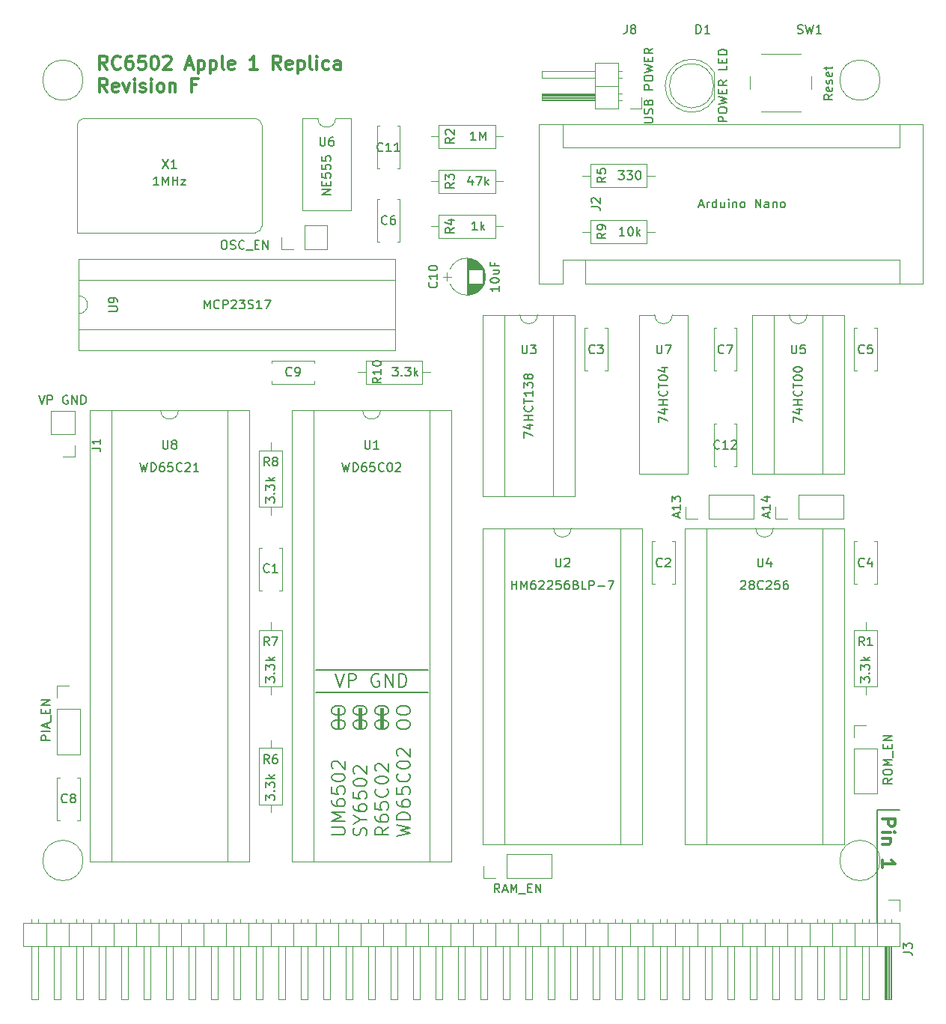
<source format=gto>
G04 #@! TF.FileFunction,Legend,Top*
%FSLAX46Y46*%
G04 Gerber Fmt 4.6, Leading zero omitted, Abs format (unit mm)*
G04 Created by KiCad (PCBNEW 4.0.7) date 02/24/19 13:02:00*
%MOMM*%
%LPD*%
G01*
G04 APERTURE LIST*
%ADD10C,0.100000*%
%ADD11C,0.200000*%
%ADD12C,0.300000*%
%ADD13C,0.150000*%
%ADD14C,0.120000*%
G04 APERTURE END LIST*
D10*
D11*
X149225000Y-110490000D02*
X161925000Y-110490000D01*
X149225000Y-113030000D02*
X161925000Y-113030000D01*
X154432000Y-117221000D02*
X154432000Y-114808000D01*
X156845000Y-117221000D02*
X156845000Y-114808000D01*
X156591000Y-115316000D02*
X156718000Y-115316000D01*
X156591000Y-117221000D02*
X156591000Y-114808000D01*
X156718000Y-117221000D02*
X156718000Y-114808000D01*
X154178000Y-114808000D02*
X154178000Y-117221000D01*
X154305000Y-117221000D02*
X154305000Y-114808000D01*
X151765000Y-114808000D02*
X151765000Y-117221000D01*
X151892000Y-114808000D02*
X151892000Y-117221000D01*
X151467857Y-110938571D02*
X151967857Y-112438571D01*
X152467857Y-110938571D01*
X152967857Y-112438571D02*
X152967857Y-110938571D01*
X153539285Y-110938571D01*
X153682143Y-111010000D01*
X153753571Y-111081429D01*
X153825000Y-111224286D01*
X153825000Y-111438571D01*
X153753571Y-111581429D01*
X153682143Y-111652857D01*
X153539285Y-111724286D01*
X152967857Y-111724286D01*
X156396428Y-111010000D02*
X156253571Y-110938571D01*
X156039285Y-110938571D01*
X155825000Y-111010000D01*
X155682142Y-111152857D01*
X155610714Y-111295714D01*
X155539285Y-111581429D01*
X155539285Y-111795714D01*
X155610714Y-112081429D01*
X155682142Y-112224286D01*
X155825000Y-112367143D01*
X156039285Y-112438571D01*
X156182142Y-112438571D01*
X156396428Y-112367143D01*
X156467857Y-112295714D01*
X156467857Y-111795714D01*
X156182142Y-111795714D01*
X157110714Y-112438571D02*
X157110714Y-110938571D01*
X157967857Y-112438571D01*
X157967857Y-110938571D01*
X158682143Y-112438571D02*
X158682143Y-110938571D01*
X159039286Y-110938571D01*
X159253571Y-111010000D01*
X159396429Y-111152857D01*
X159467857Y-111295714D01*
X159539286Y-111581429D01*
X159539286Y-111795714D01*
X159467857Y-112081429D01*
X159396429Y-112224286D01*
X159253571Y-112367143D01*
X159039286Y-112438571D01*
X158682143Y-112438571D01*
X151078571Y-116832143D02*
X151078571Y-116546429D01*
X151150000Y-116403571D01*
X151292857Y-116260714D01*
X151578571Y-116189286D01*
X152078571Y-116189286D01*
X152364286Y-116260714D01*
X152507143Y-116403571D01*
X152578571Y-116546429D01*
X152578571Y-116832143D01*
X152507143Y-116975000D01*
X152364286Y-117117857D01*
X152078571Y-117189286D01*
X151578571Y-117189286D01*
X151292857Y-117117857D01*
X151150000Y-116975000D01*
X151078571Y-116832143D01*
X151078571Y-115260714D02*
X151078571Y-114975000D01*
X151150000Y-114832142D01*
X151292857Y-114689285D01*
X151578571Y-114617857D01*
X152078571Y-114617857D01*
X152364286Y-114689285D01*
X152507143Y-114832142D01*
X152578571Y-114975000D01*
X152578571Y-115260714D01*
X152507143Y-115403571D01*
X152364286Y-115546428D01*
X152078571Y-115617857D01*
X151578571Y-115617857D01*
X151292857Y-115546428D01*
X151150000Y-115403571D01*
X151078571Y-115260714D01*
X153528571Y-116832143D02*
X153528571Y-116546429D01*
X153600000Y-116403571D01*
X153742857Y-116260714D01*
X154028571Y-116189286D01*
X154528571Y-116189286D01*
X154814286Y-116260714D01*
X154957143Y-116403571D01*
X155028571Y-116546429D01*
X155028571Y-116832143D01*
X154957143Y-116975000D01*
X154814286Y-117117857D01*
X154528571Y-117189286D01*
X154028571Y-117189286D01*
X153742857Y-117117857D01*
X153600000Y-116975000D01*
X153528571Y-116832143D01*
X153528571Y-115260714D02*
X153528571Y-114975000D01*
X153600000Y-114832142D01*
X153742857Y-114689285D01*
X154028571Y-114617857D01*
X154528571Y-114617857D01*
X154814286Y-114689285D01*
X154957143Y-114832142D01*
X155028571Y-114975000D01*
X155028571Y-115260714D01*
X154957143Y-115403571D01*
X154814286Y-115546428D01*
X154528571Y-115617857D01*
X154028571Y-115617857D01*
X153742857Y-115546428D01*
X153600000Y-115403571D01*
X153528571Y-115260714D01*
X155978571Y-116832143D02*
X155978571Y-116546429D01*
X156050000Y-116403571D01*
X156192857Y-116260714D01*
X156478571Y-116189286D01*
X156978571Y-116189286D01*
X157264286Y-116260714D01*
X157407143Y-116403571D01*
X157478571Y-116546429D01*
X157478571Y-116832143D01*
X157407143Y-116975000D01*
X157264286Y-117117857D01*
X156978571Y-117189286D01*
X156478571Y-117189286D01*
X156192857Y-117117857D01*
X156050000Y-116975000D01*
X155978571Y-116832143D01*
X155978571Y-115260714D02*
X155978571Y-114975000D01*
X156050000Y-114832142D01*
X156192857Y-114689285D01*
X156478571Y-114617857D01*
X156978571Y-114617857D01*
X157264286Y-114689285D01*
X157407143Y-114832142D01*
X157478571Y-114975000D01*
X157478571Y-115260714D01*
X157407143Y-115403571D01*
X157264286Y-115546428D01*
X156978571Y-115617857D01*
X156478571Y-115617857D01*
X156192857Y-115546428D01*
X156050000Y-115403571D01*
X155978571Y-115260714D01*
X158428571Y-116832143D02*
X158428571Y-116546429D01*
X158500000Y-116403571D01*
X158642857Y-116260714D01*
X158928571Y-116189286D01*
X159428571Y-116189286D01*
X159714286Y-116260714D01*
X159857143Y-116403571D01*
X159928571Y-116546429D01*
X159928571Y-116832143D01*
X159857143Y-116975000D01*
X159714286Y-117117857D01*
X159428571Y-117189286D01*
X158928571Y-117189286D01*
X158642857Y-117117857D01*
X158500000Y-116975000D01*
X158428571Y-116832143D01*
X158428571Y-115260714D02*
X158428571Y-114975000D01*
X158500000Y-114832142D01*
X158642857Y-114689285D01*
X158928571Y-114617857D01*
X159428571Y-114617857D01*
X159714286Y-114689285D01*
X159857143Y-114832142D01*
X159928571Y-114975000D01*
X159928571Y-115260714D01*
X159857143Y-115403571D01*
X159714286Y-115546428D01*
X159428571Y-115617857D01*
X158928571Y-115617857D01*
X158642857Y-115546428D01*
X158500000Y-115403571D01*
X158428571Y-115260714D01*
X151078571Y-129182857D02*
X152292857Y-129182857D01*
X152435714Y-129111429D01*
X152507143Y-129040000D01*
X152578571Y-128897143D01*
X152578571Y-128611429D01*
X152507143Y-128468571D01*
X152435714Y-128397143D01*
X152292857Y-128325714D01*
X151078571Y-128325714D01*
X152578571Y-127611428D02*
X151078571Y-127611428D01*
X152150000Y-127111428D01*
X151078571Y-126611428D01*
X152578571Y-126611428D01*
X151078571Y-125254285D02*
X151078571Y-125539999D01*
X151150000Y-125682856D01*
X151221429Y-125754285D01*
X151435714Y-125897142D01*
X151721429Y-125968571D01*
X152292857Y-125968571D01*
X152435714Y-125897142D01*
X152507143Y-125825714D01*
X152578571Y-125682856D01*
X152578571Y-125397142D01*
X152507143Y-125254285D01*
X152435714Y-125182856D01*
X152292857Y-125111428D01*
X151935714Y-125111428D01*
X151792857Y-125182856D01*
X151721429Y-125254285D01*
X151650000Y-125397142D01*
X151650000Y-125682856D01*
X151721429Y-125825714D01*
X151792857Y-125897142D01*
X151935714Y-125968571D01*
X151078571Y-123754285D02*
X151078571Y-124468571D01*
X151792857Y-124540000D01*
X151721429Y-124468571D01*
X151650000Y-124325714D01*
X151650000Y-123968571D01*
X151721429Y-123825714D01*
X151792857Y-123754285D01*
X151935714Y-123682857D01*
X152292857Y-123682857D01*
X152435714Y-123754285D01*
X152507143Y-123825714D01*
X152578571Y-123968571D01*
X152578571Y-124325714D01*
X152507143Y-124468571D01*
X152435714Y-124540000D01*
X151078571Y-122754286D02*
X151078571Y-122611429D01*
X151150000Y-122468572D01*
X151221429Y-122397143D01*
X151364286Y-122325714D01*
X151650000Y-122254286D01*
X152007143Y-122254286D01*
X152292857Y-122325714D01*
X152435714Y-122397143D01*
X152507143Y-122468572D01*
X152578571Y-122611429D01*
X152578571Y-122754286D01*
X152507143Y-122897143D01*
X152435714Y-122968572D01*
X152292857Y-123040000D01*
X152007143Y-123111429D01*
X151650000Y-123111429D01*
X151364286Y-123040000D01*
X151221429Y-122968572D01*
X151150000Y-122897143D01*
X151078571Y-122754286D01*
X151221429Y-121682858D02*
X151150000Y-121611429D01*
X151078571Y-121468572D01*
X151078571Y-121111429D01*
X151150000Y-120968572D01*
X151221429Y-120897143D01*
X151364286Y-120825715D01*
X151507143Y-120825715D01*
X151721429Y-120897143D01*
X152578571Y-121754286D01*
X152578571Y-120825715D01*
X154957143Y-129254286D02*
X155028571Y-129040000D01*
X155028571Y-128682857D01*
X154957143Y-128540000D01*
X154885714Y-128468571D01*
X154742857Y-128397143D01*
X154600000Y-128397143D01*
X154457143Y-128468571D01*
X154385714Y-128540000D01*
X154314286Y-128682857D01*
X154242857Y-128968571D01*
X154171429Y-129111429D01*
X154100000Y-129182857D01*
X153957143Y-129254286D01*
X153814286Y-129254286D01*
X153671429Y-129182857D01*
X153600000Y-129111429D01*
X153528571Y-128968571D01*
X153528571Y-128611429D01*
X153600000Y-128397143D01*
X154314286Y-127468572D02*
X155028571Y-127468572D01*
X153528571Y-127968572D02*
X154314286Y-127468572D01*
X153528571Y-126968572D01*
X153528571Y-125825715D02*
X153528571Y-126111429D01*
X153600000Y-126254286D01*
X153671429Y-126325715D01*
X153885714Y-126468572D01*
X154171429Y-126540001D01*
X154742857Y-126540001D01*
X154885714Y-126468572D01*
X154957143Y-126397144D01*
X155028571Y-126254286D01*
X155028571Y-125968572D01*
X154957143Y-125825715D01*
X154885714Y-125754286D01*
X154742857Y-125682858D01*
X154385714Y-125682858D01*
X154242857Y-125754286D01*
X154171429Y-125825715D01*
X154100000Y-125968572D01*
X154100000Y-126254286D01*
X154171429Y-126397144D01*
X154242857Y-126468572D01*
X154385714Y-126540001D01*
X153528571Y-124325715D02*
X153528571Y-125040001D01*
X154242857Y-125111430D01*
X154171429Y-125040001D01*
X154100000Y-124897144D01*
X154100000Y-124540001D01*
X154171429Y-124397144D01*
X154242857Y-124325715D01*
X154385714Y-124254287D01*
X154742857Y-124254287D01*
X154885714Y-124325715D01*
X154957143Y-124397144D01*
X155028571Y-124540001D01*
X155028571Y-124897144D01*
X154957143Y-125040001D01*
X154885714Y-125111430D01*
X153528571Y-123325716D02*
X153528571Y-123182859D01*
X153600000Y-123040002D01*
X153671429Y-122968573D01*
X153814286Y-122897144D01*
X154100000Y-122825716D01*
X154457143Y-122825716D01*
X154742857Y-122897144D01*
X154885714Y-122968573D01*
X154957143Y-123040002D01*
X155028571Y-123182859D01*
X155028571Y-123325716D01*
X154957143Y-123468573D01*
X154885714Y-123540002D01*
X154742857Y-123611430D01*
X154457143Y-123682859D01*
X154100000Y-123682859D01*
X153814286Y-123611430D01*
X153671429Y-123540002D01*
X153600000Y-123468573D01*
X153528571Y-123325716D01*
X153671429Y-122254288D02*
X153600000Y-122182859D01*
X153528571Y-122040002D01*
X153528571Y-121682859D01*
X153600000Y-121540002D01*
X153671429Y-121468573D01*
X153814286Y-121397145D01*
X153957143Y-121397145D01*
X154171429Y-121468573D01*
X155028571Y-122325716D01*
X155028571Y-121397145D01*
X157478571Y-128325714D02*
X156764286Y-128825714D01*
X157478571Y-129182857D02*
X155978571Y-129182857D01*
X155978571Y-128611429D01*
X156050000Y-128468571D01*
X156121429Y-128397143D01*
X156264286Y-128325714D01*
X156478571Y-128325714D01*
X156621429Y-128397143D01*
X156692857Y-128468571D01*
X156764286Y-128611429D01*
X156764286Y-129182857D01*
X155978571Y-127040000D02*
X155978571Y-127325714D01*
X156050000Y-127468571D01*
X156121429Y-127540000D01*
X156335714Y-127682857D01*
X156621429Y-127754286D01*
X157192857Y-127754286D01*
X157335714Y-127682857D01*
X157407143Y-127611429D01*
X157478571Y-127468571D01*
X157478571Y-127182857D01*
X157407143Y-127040000D01*
X157335714Y-126968571D01*
X157192857Y-126897143D01*
X156835714Y-126897143D01*
X156692857Y-126968571D01*
X156621429Y-127040000D01*
X156550000Y-127182857D01*
X156550000Y-127468571D01*
X156621429Y-127611429D01*
X156692857Y-127682857D01*
X156835714Y-127754286D01*
X155978571Y-125540000D02*
X155978571Y-126254286D01*
X156692857Y-126325715D01*
X156621429Y-126254286D01*
X156550000Y-126111429D01*
X156550000Y-125754286D01*
X156621429Y-125611429D01*
X156692857Y-125540000D01*
X156835714Y-125468572D01*
X157192857Y-125468572D01*
X157335714Y-125540000D01*
X157407143Y-125611429D01*
X157478571Y-125754286D01*
X157478571Y-126111429D01*
X157407143Y-126254286D01*
X157335714Y-126325715D01*
X157335714Y-123968572D02*
X157407143Y-124040001D01*
X157478571Y-124254287D01*
X157478571Y-124397144D01*
X157407143Y-124611429D01*
X157264286Y-124754287D01*
X157121429Y-124825715D01*
X156835714Y-124897144D01*
X156621429Y-124897144D01*
X156335714Y-124825715D01*
X156192857Y-124754287D01*
X156050000Y-124611429D01*
X155978571Y-124397144D01*
X155978571Y-124254287D01*
X156050000Y-124040001D01*
X156121429Y-123968572D01*
X155978571Y-123040001D02*
X155978571Y-122897144D01*
X156050000Y-122754287D01*
X156121429Y-122682858D01*
X156264286Y-122611429D01*
X156550000Y-122540001D01*
X156907143Y-122540001D01*
X157192857Y-122611429D01*
X157335714Y-122682858D01*
X157407143Y-122754287D01*
X157478571Y-122897144D01*
X157478571Y-123040001D01*
X157407143Y-123182858D01*
X157335714Y-123254287D01*
X157192857Y-123325715D01*
X156907143Y-123397144D01*
X156550000Y-123397144D01*
X156264286Y-123325715D01*
X156121429Y-123254287D01*
X156050000Y-123182858D01*
X155978571Y-123040001D01*
X156121429Y-121968573D02*
X156050000Y-121897144D01*
X155978571Y-121754287D01*
X155978571Y-121397144D01*
X156050000Y-121254287D01*
X156121429Y-121182858D01*
X156264286Y-121111430D01*
X156407143Y-121111430D01*
X156621429Y-121182858D01*
X157478571Y-122040001D01*
X157478571Y-121111430D01*
X158428571Y-129325714D02*
X159928571Y-128968571D01*
X158857143Y-128682857D01*
X159928571Y-128397143D01*
X158428571Y-128040000D01*
X159928571Y-127468571D02*
X158428571Y-127468571D01*
X158428571Y-127111428D01*
X158500000Y-126897143D01*
X158642857Y-126754285D01*
X158785714Y-126682857D01*
X159071429Y-126611428D01*
X159285714Y-126611428D01*
X159571429Y-126682857D01*
X159714286Y-126754285D01*
X159857143Y-126897143D01*
X159928571Y-127111428D01*
X159928571Y-127468571D01*
X158428571Y-125325714D02*
X158428571Y-125611428D01*
X158500000Y-125754285D01*
X158571429Y-125825714D01*
X158785714Y-125968571D01*
X159071429Y-126040000D01*
X159642857Y-126040000D01*
X159785714Y-125968571D01*
X159857143Y-125897143D01*
X159928571Y-125754285D01*
X159928571Y-125468571D01*
X159857143Y-125325714D01*
X159785714Y-125254285D01*
X159642857Y-125182857D01*
X159285714Y-125182857D01*
X159142857Y-125254285D01*
X159071429Y-125325714D01*
X159000000Y-125468571D01*
X159000000Y-125754285D01*
X159071429Y-125897143D01*
X159142857Y-125968571D01*
X159285714Y-126040000D01*
X158428571Y-123825714D02*
X158428571Y-124540000D01*
X159142857Y-124611429D01*
X159071429Y-124540000D01*
X159000000Y-124397143D01*
X159000000Y-124040000D01*
X159071429Y-123897143D01*
X159142857Y-123825714D01*
X159285714Y-123754286D01*
X159642857Y-123754286D01*
X159785714Y-123825714D01*
X159857143Y-123897143D01*
X159928571Y-124040000D01*
X159928571Y-124397143D01*
X159857143Y-124540000D01*
X159785714Y-124611429D01*
X159785714Y-122254286D02*
X159857143Y-122325715D01*
X159928571Y-122540001D01*
X159928571Y-122682858D01*
X159857143Y-122897143D01*
X159714286Y-123040001D01*
X159571429Y-123111429D01*
X159285714Y-123182858D01*
X159071429Y-123182858D01*
X158785714Y-123111429D01*
X158642857Y-123040001D01*
X158500000Y-122897143D01*
X158428571Y-122682858D01*
X158428571Y-122540001D01*
X158500000Y-122325715D01*
X158571429Y-122254286D01*
X158428571Y-121325715D02*
X158428571Y-121182858D01*
X158500000Y-121040001D01*
X158571429Y-120968572D01*
X158714286Y-120897143D01*
X159000000Y-120825715D01*
X159357143Y-120825715D01*
X159642857Y-120897143D01*
X159785714Y-120968572D01*
X159857143Y-121040001D01*
X159928571Y-121182858D01*
X159928571Y-121325715D01*
X159857143Y-121468572D01*
X159785714Y-121540001D01*
X159642857Y-121611429D01*
X159357143Y-121682858D01*
X159000000Y-121682858D01*
X158714286Y-121611429D01*
X158571429Y-121540001D01*
X158500000Y-121468572D01*
X158428571Y-121325715D01*
X158571429Y-120254287D02*
X158500000Y-120182858D01*
X158428571Y-120040001D01*
X158428571Y-119682858D01*
X158500000Y-119540001D01*
X158571429Y-119468572D01*
X158714286Y-119397144D01*
X158857143Y-119397144D01*
X159071429Y-119468572D01*
X159928571Y-120325715D01*
X159928571Y-119397144D01*
D12*
X213316429Y-127357143D02*
X214816429Y-127357143D01*
X214816429Y-127928571D01*
X214745000Y-128071429D01*
X214673571Y-128142857D01*
X214530714Y-128214286D01*
X214316429Y-128214286D01*
X214173571Y-128142857D01*
X214102143Y-128071429D01*
X214030714Y-127928571D01*
X214030714Y-127357143D01*
X213316429Y-128857143D02*
X214316429Y-128857143D01*
X214816429Y-128857143D02*
X214745000Y-128785714D01*
X214673571Y-128857143D01*
X214745000Y-128928571D01*
X214816429Y-128857143D01*
X214673571Y-128857143D01*
X214316429Y-129571429D02*
X213316429Y-129571429D01*
X214173571Y-129571429D02*
X214245000Y-129642857D01*
X214316429Y-129785715D01*
X214316429Y-130000000D01*
X214245000Y-130142857D01*
X214102143Y-130214286D01*
X213316429Y-130214286D01*
X213316429Y-132857143D02*
X213316429Y-132000000D01*
X213316429Y-132428572D02*
X214816429Y-132428572D01*
X214602143Y-132285715D01*
X214459286Y-132142857D01*
X214387857Y-132000000D01*
D11*
X212725000Y-126365000D02*
X215265000Y-126365000D01*
X212725000Y-139065000D02*
X212725000Y-126365000D01*
D13*
X186396381Y-48640476D02*
X187205905Y-48640476D01*
X187301143Y-48592857D01*
X187348762Y-48545238D01*
X187396381Y-48450000D01*
X187396381Y-48259523D01*
X187348762Y-48164285D01*
X187301143Y-48116666D01*
X187205905Y-48069047D01*
X186396381Y-48069047D01*
X187348762Y-47640476D02*
X187396381Y-47497619D01*
X187396381Y-47259523D01*
X187348762Y-47164285D01*
X187301143Y-47116666D01*
X187205905Y-47069047D01*
X187110667Y-47069047D01*
X187015429Y-47116666D01*
X186967810Y-47164285D01*
X186920190Y-47259523D01*
X186872571Y-47450000D01*
X186824952Y-47545238D01*
X186777333Y-47592857D01*
X186682095Y-47640476D01*
X186586857Y-47640476D01*
X186491619Y-47592857D01*
X186444000Y-47545238D01*
X186396381Y-47450000D01*
X186396381Y-47211904D01*
X186444000Y-47069047D01*
X186872571Y-46307142D02*
X186920190Y-46164285D01*
X186967810Y-46116666D01*
X187063048Y-46069047D01*
X187205905Y-46069047D01*
X187301143Y-46116666D01*
X187348762Y-46164285D01*
X187396381Y-46259523D01*
X187396381Y-46640476D01*
X186396381Y-46640476D01*
X186396381Y-46307142D01*
X186444000Y-46211904D01*
X186491619Y-46164285D01*
X186586857Y-46116666D01*
X186682095Y-46116666D01*
X186777333Y-46164285D01*
X186824952Y-46211904D01*
X186872571Y-46307142D01*
X186872571Y-46640476D01*
X187396381Y-44878571D02*
X186396381Y-44878571D01*
X186396381Y-44497618D01*
X186444000Y-44402380D01*
X186491619Y-44354761D01*
X186586857Y-44307142D01*
X186729714Y-44307142D01*
X186824952Y-44354761D01*
X186872571Y-44402380D01*
X186920190Y-44497618D01*
X186920190Y-44878571D01*
X186396381Y-43688095D02*
X186396381Y-43497618D01*
X186444000Y-43402380D01*
X186539238Y-43307142D01*
X186729714Y-43259523D01*
X187063048Y-43259523D01*
X187253524Y-43307142D01*
X187348762Y-43402380D01*
X187396381Y-43497618D01*
X187396381Y-43688095D01*
X187348762Y-43783333D01*
X187253524Y-43878571D01*
X187063048Y-43926190D01*
X186729714Y-43926190D01*
X186539238Y-43878571D01*
X186444000Y-43783333D01*
X186396381Y-43688095D01*
X186396381Y-42926190D02*
X187396381Y-42688095D01*
X186682095Y-42497618D01*
X187396381Y-42307142D01*
X186396381Y-42069047D01*
X186872571Y-41688095D02*
X186872571Y-41354761D01*
X187396381Y-41211904D02*
X187396381Y-41688095D01*
X186396381Y-41688095D01*
X186396381Y-41211904D01*
X187396381Y-40211904D02*
X186920190Y-40545238D01*
X187396381Y-40783333D02*
X186396381Y-40783333D01*
X186396381Y-40402380D01*
X186444000Y-40307142D01*
X186491619Y-40259523D01*
X186586857Y-40211904D01*
X186729714Y-40211904D01*
X186824952Y-40259523D01*
X186872571Y-40307142D01*
X186920190Y-40402380D01*
X186920190Y-40783333D01*
X195778381Y-48497619D02*
X194778381Y-48497619D01*
X194778381Y-48116666D01*
X194826000Y-48021428D01*
X194873619Y-47973809D01*
X194968857Y-47926190D01*
X195111714Y-47926190D01*
X195206952Y-47973809D01*
X195254571Y-48021428D01*
X195302190Y-48116666D01*
X195302190Y-48497619D01*
X194778381Y-47307143D02*
X194778381Y-47116666D01*
X194826000Y-47021428D01*
X194921238Y-46926190D01*
X195111714Y-46878571D01*
X195445048Y-46878571D01*
X195635524Y-46926190D01*
X195730762Y-47021428D01*
X195778381Y-47116666D01*
X195778381Y-47307143D01*
X195730762Y-47402381D01*
X195635524Y-47497619D01*
X195445048Y-47545238D01*
X195111714Y-47545238D01*
X194921238Y-47497619D01*
X194826000Y-47402381D01*
X194778381Y-47307143D01*
X194778381Y-46545238D02*
X195778381Y-46307143D01*
X195064095Y-46116666D01*
X195778381Y-45926190D01*
X194778381Y-45688095D01*
X195254571Y-45307143D02*
X195254571Y-44973809D01*
X195778381Y-44830952D02*
X195778381Y-45307143D01*
X194778381Y-45307143D01*
X194778381Y-44830952D01*
X195778381Y-43830952D02*
X195302190Y-44164286D01*
X195778381Y-44402381D02*
X194778381Y-44402381D01*
X194778381Y-44021428D01*
X194826000Y-43926190D01*
X194873619Y-43878571D01*
X194968857Y-43830952D01*
X195111714Y-43830952D01*
X195206952Y-43878571D01*
X195254571Y-43926190D01*
X195302190Y-44021428D01*
X195302190Y-44402381D01*
X195778381Y-42164285D02*
X195778381Y-42640476D01*
X194778381Y-42640476D01*
X195254571Y-41830952D02*
X195254571Y-41497618D01*
X195778381Y-41354761D02*
X195778381Y-41830952D01*
X194778381Y-41830952D01*
X194778381Y-41354761D01*
X195778381Y-40926190D02*
X194778381Y-40926190D01*
X194778381Y-40688095D01*
X194826000Y-40545237D01*
X194921238Y-40449999D01*
X195016476Y-40402380D01*
X195206952Y-40354761D01*
X195349810Y-40354761D01*
X195540286Y-40402380D01*
X195635524Y-40449999D01*
X195730762Y-40545237D01*
X195778381Y-40688095D01*
X195778381Y-40926190D01*
X207716381Y-45434095D02*
X207240190Y-45767429D01*
X207716381Y-46005524D02*
X206716381Y-46005524D01*
X206716381Y-45624571D01*
X206764000Y-45529333D01*
X206811619Y-45481714D01*
X206906857Y-45434095D01*
X207049714Y-45434095D01*
X207144952Y-45481714D01*
X207192571Y-45529333D01*
X207240190Y-45624571D01*
X207240190Y-46005524D01*
X207668762Y-44624571D02*
X207716381Y-44719809D01*
X207716381Y-44910286D01*
X207668762Y-45005524D01*
X207573524Y-45053143D01*
X207192571Y-45053143D01*
X207097333Y-45005524D01*
X207049714Y-44910286D01*
X207049714Y-44719809D01*
X207097333Y-44624571D01*
X207192571Y-44576952D01*
X207287810Y-44576952D01*
X207383048Y-45053143D01*
X207668762Y-44196000D02*
X207716381Y-44100762D01*
X207716381Y-43910286D01*
X207668762Y-43815047D01*
X207573524Y-43767428D01*
X207525905Y-43767428D01*
X207430667Y-43815047D01*
X207383048Y-43910286D01*
X207383048Y-44053143D01*
X207335429Y-44148381D01*
X207240190Y-44196000D01*
X207192571Y-44196000D01*
X207097333Y-44148381D01*
X207049714Y-44053143D01*
X207049714Y-43910286D01*
X207097333Y-43815047D01*
X207668762Y-42957904D02*
X207716381Y-43053142D01*
X207716381Y-43243619D01*
X207668762Y-43338857D01*
X207573524Y-43386476D01*
X207192571Y-43386476D01*
X207097333Y-43338857D01*
X207049714Y-43243619D01*
X207049714Y-43053142D01*
X207097333Y-42957904D01*
X207192571Y-42910285D01*
X207287810Y-42910285D01*
X207383048Y-43386476D01*
X207049714Y-42624571D02*
X207049714Y-42243619D01*
X206716381Y-42481714D02*
X207573524Y-42481714D01*
X207668762Y-42434095D01*
X207716381Y-42338857D01*
X207716381Y-42243619D01*
D12*
X125674286Y-42583571D02*
X125174286Y-41869286D01*
X124817143Y-42583571D02*
X124817143Y-41083571D01*
X125388571Y-41083571D01*
X125531429Y-41155000D01*
X125602857Y-41226429D01*
X125674286Y-41369286D01*
X125674286Y-41583571D01*
X125602857Y-41726429D01*
X125531429Y-41797857D01*
X125388571Y-41869286D01*
X124817143Y-41869286D01*
X127174286Y-42440714D02*
X127102857Y-42512143D01*
X126888571Y-42583571D01*
X126745714Y-42583571D01*
X126531429Y-42512143D01*
X126388571Y-42369286D01*
X126317143Y-42226429D01*
X126245714Y-41940714D01*
X126245714Y-41726429D01*
X126317143Y-41440714D01*
X126388571Y-41297857D01*
X126531429Y-41155000D01*
X126745714Y-41083571D01*
X126888571Y-41083571D01*
X127102857Y-41155000D01*
X127174286Y-41226429D01*
X128460000Y-41083571D02*
X128174286Y-41083571D01*
X128031429Y-41155000D01*
X127960000Y-41226429D01*
X127817143Y-41440714D01*
X127745714Y-41726429D01*
X127745714Y-42297857D01*
X127817143Y-42440714D01*
X127888571Y-42512143D01*
X128031429Y-42583571D01*
X128317143Y-42583571D01*
X128460000Y-42512143D01*
X128531429Y-42440714D01*
X128602857Y-42297857D01*
X128602857Y-41940714D01*
X128531429Y-41797857D01*
X128460000Y-41726429D01*
X128317143Y-41655000D01*
X128031429Y-41655000D01*
X127888571Y-41726429D01*
X127817143Y-41797857D01*
X127745714Y-41940714D01*
X129960000Y-41083571D02*
X129245714Y-41083571D01*
X129174285Y-41797857D01*
X129245714Y-41726429D01*
X129388571Y-41655000D01*
X129745714Y-41655000D01*
X129888571Y-41726429D01*
X129960000Y-41797857D01*
X130031428Y-41940714D01*
X130031428Y-42297857D01*
X129960000Y-42440714D01*
X129888571Y-42512143D01*
X129745714Y-42583571D01*
X129388571Y-42583571D01*
X129245714Y-42512143D01*
X129174285Y-42440714D01*
X130959999Y-41083571D02*
X131102856Y-41083571D01*
X131245713Y-41155000D01*
X131317142Y-41226429D01*
X131388571Y-41369286D01*
X131459999Y-41655000D01*
X131459999Y-42012143D01*
X131388571Y-42297857D01*
X131317142Y-42440714D01*
X131245713Y-42512143D01*
X131102856Y-42583571D01*
X130959999Y-42583571D01*
X130817142Y-42512143D01*
X130745713Y-42440714D01*
X130674285Y-42297857D01*
X130602856Y-42012143D01*
X130602856Y-41655000D01*
X130674285Y-41369286D01*
X130745713Y-41226429D01*
X130817142Y-41155000D01*
X130959999Y-41083571D01*
X132031427Y-41226429D02*
X132102856Y-41155000D01*
X132245713Y-41083571D01*
X132602856Y-41083571D01*
X132745713Y-41155000D01*
X132817142Y-41226429D01*
X132888570Y-41369286D01*
X132888570Y-41512143D01*
X132817142Y-41726429D01*
X131959999Y-42583571D01*
X132888570Y-42583571D01*
X134602855Y-42155000D02*
X135317141Y-42155000D01*
X134459998Y-42583571D02*
X134959998Y-41083571D01*
X135459998Y-42583571D01*
X135959998Y-41583571D02*
X135959998Y-43083571D01*
X135959998Y-41655000D02*
X136102855Y-41583571D01*
X136388569Y-41583571D01*
X136531426Y-41655000D01*
X136602855Y-41726429D01*
X136674284Y-41869286D01*
X136674284Y-42297857D01*
X136602855Y-42440714D01*
X136531426Y-42512143D01*
X136388569Y-42583571D01*
X136102855Y-42583571D01*
X135959998Y-42512143D01*
X137317141Y-41583571D02*
X137317141Y-43083571D01*
X137317141Y-41655000D02*
X137459998Y-41583571D01*
X137745712Y-41583571D01*
X137888569Y-41655000D01*
X137959998Y-41726429D01*
X138031427Y-41869286D01*
X138031427Y-42297857D01*
X137959998Y-42440714D01*
X137888569Y-42512143D01*
X137745712Y-42583571D01*
X137459998Y-42583571D01*
X137317141Y-42512143D01*
X138888570Y-42583571D02*
X138745712Y-42512143D01*
X138674284Y-42369286D01*
X138674284Y-41083571D01*
X140031426Y-42512143D02*
X139888569Y-42583571D01*
X139602855Y-42583571D01*
X139459998Y-42512143D01*
X139388569Y-42369286D01*
X139388569Y-41797857D01*
X139459998Y-41655000D01*
X139602855Y-41583571D01*
X139888569Y-41583571D01*
X140031426Y-41655000D01*
X140102855Y-41797857D01*
X140102855Y-41940714D01*
X139388569Y-42083571D01*
X142674283Y-42583571D02*
X141817140Y-42583571D01*
X142245712Y-42583571D02*
X142245712Y-41083571D01*
X142102855Y-41297857D01*
X141959997Y-41440714D01*
X141817140Y-41512143D01*
X145317140Y-42583571D02*
X144817140Y-41869286D01*
X144459997Y-42583571D02*
X144459997Y-41083571D01*
X145031425Y-41083571D01*
X145174283Y-41155000D01*
X145245711Y-41226429D01*
X145317140Y-41369286D01*
X145317140Y-41583571D01*
X145245711Y-41726429D01*
X145174283Y-41797857D01*
X145031425Y-41869286D01*
X144459997Y-41869286D01*
X146531425Y-42512143D02*
X146388568Y-42583571D01*
X146102854Y-42583571D01*
X145959997Y-42512143D01*
X145888568Y-42369286D01*
X145888568Y-41797857D01*
X145959997Y-41655000D01*
X146102854Y-41583571D01*
X146388568Y-41583571D01*
X146531425Y-41655000D01*
X146602854Y-41797857D01*
X146602854Y-41940714D01*
X145888568Y-42083571D01*
X147245711Y-41583571D02*
X147245711Y-43083571D01*
X147245711Y-41655000D02*
X147388568Y-41583571D01*
X147674282Y-41583571D01*
X147817139Y-41655000D01*
X147888568Y-41726429D01*
X147959997Y-41869286D01*
X147959997Y-42297857D01*
X147888568Y-42440714D01*
X147817139Y-42512143D01*
X147674282Y-42583571D01*
X147388568Y-42583571D01*
X147245711Y-42512143D01*
X148817140Y-42583571D02*
X148674282Y-42512143D01*
X148602854Y-42369286D01*
X148602854Y-41083571D01*
X149388568Y-42583571D02*
X149388568Y-41583571D01*
X149388568Y-41083571D02*
X149317139Y-41155000D01*
X149388568Y-41226429D01*
X149459996Y-41155000D01*
X149388568Y-41083571D01*
X149388568Y-41226429D01*
X150745711Y-42512143D02*
X150602854Y-42583571D01*
X150317140Y-42583571D01*
X150174282Y-42512143D01*
X150102854Y-42440714D01*
X150031425Y-42297857D01*
X150031425Y-41869286D01*
X150102854Y-41726429D01*
X150174282Y-41655000D01*
X150317140Y-41583571D01*
X150602854Y-41583571D01*
X150745711Y-41655000D01*
X152031425Y-42583571D02*
X152031425Y-41797857D01*
X151959996Y-41655000D01*
X151817139Y-41583571D01*
X151531425Y-41583571D01*
X151388568Y-41655000D01*
X152031425Y-42512143D02*
X151888568Y-42583571D01*
X151531425Y-42583571D01*
X151388568Y-42512143D01*
X151317139Y-42369286D01*
X151317139Y-42226429D01*
X151388568Y-42083571D01*
X151531425Y-42012143D01*
X151888568Y-42012143D01*
X152031425Y-41940714D01*
X125674286Y-45133571D02*
X125174286Y-44419286D01*
X124817143Y-45133571D02*
X124817143Y-43633571D01*
X125388571Y-43633571D01*
X125531429Y-43705000D01*
X125602857Y-43776429D01*
X125674286Y-43919286D01*
X125674286Y-44133571D01*
X125602857Y-44276429D01*
X125531429Y-44347857D01*
X125388571Y-44419286D01*
X124817143Y-44419286D01*
X126888571Y-45062143D02*
X126745714Y-45133571D01*
X126460000Y-45133571D01*
X126317143Y-45062143D01*
X126245714Y-44919286D01*
X126245714Y-44347857D01*
X126317143Y-44205000D01*
X126460000Y-44133571D01*
X126745714Y-44133571D01*
X126888571Y-44205000D01*
X126960000Y-44347857D01*
X126960000Y-44490714D01*
X126245714Y-44633571D01*
X127460000Y-44133571D02*
X127817143Y-45133571D01*
X128174285Y-44133571D01*
X128745714Y-45133571D02*
X128745714Y-44133571D01*
X128745714Y-43633571D02*
X128674285Y-43705000D01*
X128745714Y-43776429D01*
X128817142Y-43705000D01*
X128745714Y-43633571D01*
X128745714Y-43776429D01*
X129388571Y-45062143D02*
X129531428Y-45133571D01*
X129817143Y-45133571D01*
X129960000Y-45062143D01*
X130031428Y-44919286D01*
X130031428Y-44847857D01*
X129960000Y-44705000D01*
X129817143Y-44633571D01*
X129602857Y-44633571D01*
X129460000Y-44562143D01*
X129388571Y-44419286D01*
X129388571Y-44347857D01*
X129460000Y-44205000D01*
X129602857Y-44133571D01*
X129817143Y-44133571D01*
X129960000Y-44205000D01*
X130674286Y-45133571D02*
X130674286Y-44133571D01*
X130674286Y-43633571D02*
X130602857Y-43705000D01*
X130674286Y-43776429D01*
X130745714Y-43705000D01*
X130674286Y-43633571D01*
X130674286Y-43776429D01*
X131602858Y-45133571D02*
X131460000Y-45062143D01*
X131388572Y-44990714D01*
X131317143Y-44847857D01*
X131317143Y-44419286D01*
X131388572Y-44276429D01*
X131460000Y-44205000D01*
X131602858Y-44133571D01*
X131817143Y-44133571D01*
X131960000Y-44205000D01*
X132031429Y-44276429D01*
X132102858Y-44419286D01*
X132102858Y-44847857D01*
X132031429Y-44990714D01*
X131960000Y-45062143D01*
X131817143Y-45133571D01*
X131602858Y-45133571D01*
X132745715Y-44133571D02*
X132745715Y-45133571D01*
X132745715Y-44276429D02*
X132817143Y-44205000D01*
X132960001Y-44133571D01*
X133174286Y-44133571D01*
X133317143Y-44205000D01*
X133388572Y-44347857D01*
X133388572Y-45133571D01*
X135745715Y-44347857D02*
X135245715Y-44347857D01*
X135245715Y-45133571D02*
X135245715Y-43633571D01*
X135960001Y-43633571D01*
D14*
X154575000Y-81160000D02*
X148995000Y-81160000D01*
X148995000Y-81160000D02*
X148995000Y-132200000D01*
X148995000Y-132200000D02*
X162155000Y-132200000D01*
X162155000Y-132200000D02*
X162155000Y-81160000D01*
X162155000Y-81160000D02*
X156575000Y-81160000D01*
X146565000Y-81160000D02*
X146565000Y-132200000D01*
X146565000Y-132200000D02*
X164585000Y-132200000D01*
X164585000Y-132200000D02*
X164585000Y-81160000D01*
X164585000Y-81160000D02*
X146565000Y-81160000D01*
X156575000Y-81160000D02*
G75*
G02X154575000Y-81160000I-1000000J0D01*
G01*
X142835000Y-101510000D02*
X142835000Y-96690000D01*
X145455000Y-101510000D02*
X145455000Y-96690000D01*
X142835000Y-101510000D02*
X143149000Y-101510000D01*
X145141000Y-101510000D02*
X145455000Y-101510000D01*
X142835000Y-96690000D02*
X143149000Y-96690000D01*
X145141000Y-96690000D02*
X145455000Y-96690000D01*
X189905000Y-95975000D02*
X189905000Y-100795000D01*
X187285000Y-95975000D02*
X187285000Y-100795000D01*
X189905000Y-95975000D02*
X189591000Y-95975000D01*
X187599000Y-95975000D02*
X187285000Y-95975000D01*
X189905000Y-100795000D02*
X189591000Y-100795000D01*
X187599000Y-100795000D02*
X187285000Y-100795000D01*
X212765000Y-95975000D02*
X212765000Y-100795000D01*
X210145000Y-95975000D02*
X210145000Y-100795000D01*
X212765000Y-95975000D02*
X212451000Y-95975000D01*
X210459000Y-95975000D02*
X210145000Y-95975000D01*
X212765000Y-100795000D02*
X212451000Y-100795000D01*
X210459000Y-100795000D02*
X210145000Y-100795000D01*
X212765000Y-71845000D02*
X212765000Y-76665000D01*
X210145000Y-71845000D02*
X210145000Y-76665000D01*
X212765000Y-71845000D02*
X212451000Y-71845000D01*
X210459000Y-71845000D02*
X210145000Y-71845000D01*
X212765000Y-76665000D02*
X212451000Y-76665000D01*
X210459000Y-76665000D02*
X210145000Y-76665000D01*
X158790000Y-57240000D02*
X158790000Y-62060000D01*
X156170000Y-57240000D02*
X156170000Y-62060000D01*
X158790000Y-57240000D02*
X158476000Y-57240000D01*
X156484000Y-57240000D02*
X156170000Y-57240000D01*
X158790000Y-62060000D02*
X158476000Y-62060000D01*
X156484000Y-62060000D02*
X156170000Y-62060000D01*
X196890000Y-71845000D02*
X196890000Y-76665000D01*
X194270000Y-71845000D02*
X194270000Y-76665000D01*
X196890000Y-71845000D02*
X196576000Y-71845000D01*
X194584000Y-71845000D02*
X194270000Y-71845000D01*
X196890000Y-76665000D02*
X196576000Y-76665000D01*
X194584000Y-76665000D02*
X194270000Y-76665000D01*
X119975000Y-127545000D02*
X119975000Y-122725000D01*
X122595000Y-127545000D02*
X122595000Y-122725000D01*
X119975000Y-127545000D02*
X120289000Y-127545000D01*
X122281000Y-127545000D02*
X122595000Y-127545000D01*
X119975000Y-122725000D02*
X120289000Y-122725000D01*
X122281000Y-122725000D02*
X122595000Y-122725000D01*
X144235000Y-75525000D02*
X149055000Y-75525000D01*
X144235000Y-78145000D02*
X149055000Y-78145000D01*
X144235000Y-75525000D02*
X144235000Y-75839000D01*
X144235000Y-77831000D02*
X144235000Y-78145000D01*
X149055000Y-75525000D02*
X149055000Y-75839000D01*
X149055000Y-77831000D02*
X149055000Y-78145000D01*
X158790000Y-48985000D02*
X158790000Y-53805000D01*
X156170000Y-48985000D02*
X156170000Y-53805000D01*
X158790000Y-48985000D02*
X158476000Y-48985000D01*
X156484000Y-48985000D02*
X156170000Y-48985000D01*
X158790000Y-53805000D02*
X158476000Y-53805000D01*
X156484000Y-53805000D02*
X156170000Y-53805000D01*
X179705000Y-64135000D02*
X177165000Y-64135000D01*
X177165000Y-64135000D02*
X177165000Y-66805000D01*
X179705000Y-66805000D02*
X217935000Y-66805000D01*
X174495000Y-66805000D02*
X177165000Y-66805000D01*
X177165000Y-51435000D02*
X177165000Y-48765000D01*
X177165000Y-51435000D02*
X215265000Y-51435000D01*
X215265000Y-51435000D02*
X215265000Y-48765000D01*
X179705000Y-64135000D02*
X179705000Y-66805000D01*
X179705000Y-64135000D02*
X215265000Y-64135000D01*
X215265000Y-64135000D02*
X215265000Y-66805000D01*
X217935000Y-66805000D02*
X217935000Y-48765000D01*
X217935000Y-48765000D02*
X174495000Y-48765000D01*
X174495000Y-48765000D02*
X174495000Y-66805000D01*
X215325000Y-139135000D02*
X212725000Y-139135000D01*
X212725000Y-139135000D02*
X212725000Y-141755000D01*
X212725000Y-141755000D02*
X215325000Y-141755000D01*
X215325000Y-141755000D02*
X215325000Y-139135000D01*
X214375000Y-141755000D02*
X213615000Y-141755000D01*
X213615000Y-141755000D02*
X213615000Y-147755000D01*
X213615000Y-147755000D02*
X214375000Y-147755000D01*
X214375000Y-147755000D02*
X214375000Y-141755000D01*
X214375000Y-138705000D02*
X214375000Y-139135000D01*
X213615000Y-138705000D02*
X213615000Y-139135000D01*
X214255000Y-141755000D02*
X214255000Y-147755000D01*
X214135000Y-141755000D02*
X214135000Y-147755000D01*
X214015000Y-141755000D02*
X214015000Y-147755000D01*
X213895000Y-141755000D02*
X213895000Y-147755000D01*
X213775000Y-141755000D02*
X213775000Y-147755000D01*
X213655000Y-141755000D02*
X213655000Y-147755000D01*
X212725000Y-139135000D02*
X210185000Y-139135000D01*
X210185000Y-139135000D02*
X210185000Y-141755000D01*
X210185000Y-141755000D02*
X212725000Y-141755000D01*
X212725000Y-141755000D02*
X212725000Y-139135000D01*
X211835000Y-141755000D02*
X211075000Y-141755000D01*
X211075000Y-141755000D02*
X211075000Y-147755000D01*
X211075000Y-147755000D02*
X211835000Y-147755000D01*
X211835000Y-147755000D02*
X211835000Y-141755000D01*
X211835000Y-138705000D02*
X211835000Y-139135000D01*
X211075000Y-138705000D02*
X211075000Y-139135000D01*
X210185000Y-139135000D02*
X207645000Y-139135000D01*
X207645000Y-139135000D02*
X207645000Y-141755000D01*
X207645000Y-141755000D02*
X210185000Y-141755000D01*
X210185000Y-141755000D02*
X210185000Y-139135000D01*
X209295000Y-141755000D02*
X208535000Y-141755000D01*
X208535000Y-141755000D02*
X208535000Y-147755000D01*
X208535000Y-147755000D02*
X209295000Y-147755000D01*
X209295000Y-147755000D02*
X209295000Y-141755000D01*
X209295000Y-138705000D02*
X209295000Y-139135000D01*
X208535000Y-138705000D02*
X208535000Y-139135000D01*
X207645000Y-139135000D02*
X205105000Y-139135000D01*
X205105000Y-139135000D02*
X205105000Y-141755000D01*
X205105000Y-141755000D02*
X207645000Y-141755000D01*
X207645000Y-141755000D02*
X207645000Y-139135000D01*
X206755000Y-141755000D02*
X205995000Y-141755000D01*
X205995000Y-141755000D02*
X205995000Y-147755000D01*
X205995000Y-147755000D02*
X206755000Y-147755000D01*
X206755000Y-147755000D02*
X206755000Y-141755000D01*
X206755000Y-138705000D02*
X206755000Y-139135000D01*
X205995000Y-138705000D02*
X205995000Y-139135000D01*
X205105000Y-139135000D02*
X202565000Y-139135000D01*
X202565000Y-139135000D02*
X202565000Y-141755000D01*
X202565000Y-141755000D02*
X205105000Y-141755000D01*
X205105000Y-141755000D02*
X205105000Y-139135000D01*
X204215000Y-141755000D02*
X203455000Y-141755000D01*
X203455000Y-141755000D02*
X203455000Y-147755000D01*
X203455000Y-147755000D02*
X204215000Y-147755000D01*
X204215000Y-147755000D02*
X204215000Y-141755000D01*
X204215000Y-138705000D02*
X204215000Y-139135000D01*
X203455000Y-138705000D02*
X203455000Y-139135000D01*
X202565000Y-139135000D02*
X200025000Y-139135000D01*
X200025000Y-139135000D02*
X200025000Y-141755000D01*
X200025000Y-141755000D02*
X202565000Y-141755000D01*
X202565000Y-141755000D02*
X202565000Y-139135000D01*
X201675000Y-141755000D02*
X200915000Y-141755000D01*
X200915000Y-141755000D02*
X200915000Y-147755000D01*
X200915000Y-147755000D02*
X201675000Y-147755000D01*
X201675000Y-147755000D02*
X201675000Y-141755000D01*
X201675000Y-138705000D02*
X201675000Y-139135000D01*
X200915000Y-138705000D02*
X200915000Y-139135000D01*
X200025000Y-139135000D02*
X197485000Y-139135000D01*
X197485000Y-139135000D02*
X197485000Y-141755000D01*
X197485000Y-141755000D02*
X200025000Y-141755000D01*
X200025000Y-141755000D02*
X200025000Y-139135000D01*
X199135000Y-141755000D02*
X198375000Y-141755000D01*
X198375000Y-141755000D02*
X198375000Y-147755000D01*
X198375000Y-147755000D02*
X199135000Y-147755000D01*
X199135000Y-147755000D02*
X199135000Y-141755000D01*
X199135000Y-138705000D02*
X199135000Y-139135000D01*
X198375000Y-138705000D02*
X198375000Y-139135000D01*
X197485000Y-139135000D02*
X194945000Y-139135000D01*
X194945000Y-139135000D02*
X194945000Y-141755000D01*
X194945000Y-141755000D02*
X197485000Y-141755000D01*
X197485000Y-141755000D02*
X197485000Y-139135000D01*
X196595000Y-141755000D02*
X195835000Y-141755000D01*
X195835000Y-141755000D02*
X195835000Y-147755000D01*
X195835000Y-147755000D02*
X196595000Y-147755000D01*
X196595000Y-147755000D02*
X196595000Y-141755000D01*
X196595000Y-138705000D02*
X196595000Y-139135000D01*
X195835000Y-138705000D02*
X195835000Y-139135000D01*
X194945000Y-139135000D02*
X192405000Y-139135000D01*
X192405000Y-139135000D02*
X192405000Y-141755000D01*
X192405000Y-141755000D02*
X194945000Y-141755000D01*
X194945000Y-141755000D02*
X194945000Y-139135000D01*
X194055000Y-141755000D02*
X193295000Y-141755000D01*
X193295000Y-141755000D02*
X193295000Y-147755000D01*
X193295000Y-147755000D02*
X194055000Y-147755000D01*
X194055000Y-147755000D02*
X194055000Y-141755000D01*
X194055000Y-138705000D02*
X194055000Y-139135000D01*
X193295000Y-138705000D02*
X193295000Y-139135000D01*
X192405000Y-139135000D02*
X189865000Y-139135000D01*
X189865000Y-139135000D02*
X189865000Y-141755000D01*
X189865000Y-141755000D02*
X192405000Y-141755000D01*
X192405000Y-141755000D02*
X192405000Y-139135000D01*
X191515000Y-141755000D02*
X190755000Y-141755000D01*
X190755000Y-141755000D02*
X190755000Y-147755000D01*
X190755000Y-147755000D02*
X191515000Y-147755000D01*
X191515000Y-147755000D02*
X191515000Y-141755000D01*
X191515000Y-138705000D02*
X191515000Y-139135000D01*
X190755000Y-138705000D02*
X190755000Y-139135000D01*
X189865000Y-139135000D02*
X187325000Y-139135000D01*
X187325000Y-139135000D02*
X187325000Y-141755000D01*
X187325000Y-141755000D02*
X189865000Y-141755000D01*
X189865000Y-141755000D02*
X189865000Y-139135000D01*
X188975000Y-141755000D02*
X188215000Y-141755000D01*
X188215000Y-141755000D02*
X188215000Y-147755000D01*
X188215000Y-147755000D02*
X188975000Y-147755000D01*
X188975000Y-147755000D02*
X188975000Y-141755000D01*
X188975000Y-138705000D02*
X188975000Y-139135000D01*
X188215000Y-138705000D02*
X188215000Y-139135000D01*
X187325000Y-139135000D02*
X184785000Y-139135000D01*
X184785000Y-139135000D02*
X184785000Y-141755000D01*
X184785000Y-141755000D02*
X187325000Y-141755000D01*
X187325000Y-141755000D02*
X187325000Y-139135000D01*
X186435000Y-141755000D02*
X185675000Y-141755000D01*
X185675000Y-141755000D02*
X185675000Y-147755000D01*
X185675000Y-147755000D02*
X186435000Y-147755000D01*
X186435000Y-147755000D02*
X186435000Y-141755000D01*
X186435000Y-138705000D02*
X186435000Y-139135000D01*
X185675000Y-138705000D02*
X185675000Y-139135000D01*
X184785000Y-139135000D02*
X182245000Y-139135000D01*
X182245000Y-139135000D02*
X182245000Y-141755000D01*
X182245000Y-141755000D02*
X184785000Y-141755000D01*
X184785000Y-141755000D02*
X184785000Y-139135000D01*
X183895000Y-141755000D02*
X183135000Y-141755000D01*
X183135000Y-141755000D02*
X183135000Y-147755000D01*
X183135000Y-147755000D02*
X183895000Y-147755000D01*
X183895000Y-147755000D02*
X183895000Y-141755000D01*
X183895000Y-138705000D02*
X183895000Y-139135000D01*
X183135000Y-138705000D02*
X183135000Y-139135000D01*
X182245000Y-139135000D02*
X179705000Y-139135000D01*
X179705000Y-139135000D02*
X179705000Y-141755000D01*
X179705000Y-141755000D02*
X182245000Y-141755000D01*
X182245000Y-141755000D02*
X182245000Y-139135000D01*
X181355000Y-141755000D02*
X180595000Y-141755000D01*
X180595000Y-141755000D02*
X180595000Y-147755000D01*
X180595000Y-147755000D02*
X181355000Y-147755000D01*
X181355000Y-147755000D02*
X181355000Y-141755000D01*
X181355000Y-138705000D02*
X181355000Y-139135000D01*
X180595000Y-138705000D02*
X180595000Y-139135000D01*
X179705000Y-139135000D02*
X177165000Y-139135000D01*
X177165000Y-139135000D02*
X177165000Y-141755000D01*
X177165000Y-141755000D02*
X179705000Y-141755000D01*
X179705000Y-141755000D02*
X179705000Y-139135000D01*
X178815000Y-141755000D02*
X178055000Y-141755000D01*
X178055000Y-141755000D02*
X178055000Y-147755000D01*
X178055000Y-147755000D02*
X178815000Y-147755000D01*
X178815000Y-147755000D02*
X178815000Y-141755000D01*
X178815000Y-138705000D02*
X178815000Y-139135000D01*
X178055000Y-138705000D02*
X178055000Y-139135000D01*
X177165000Y-139135000D02*
X174625000Y-139135000D01*
X174625000Y-139135000D02*
X174625000Y-141755000D01*
X174625000Y-141755000D02*
X177165000Y-141755000D01*
X177165000Y-141755000D02*
X177165000Y-139135000D01*
X176275000Y-141755000D02*
X175515000Y-141755000D01*
X175515000Y-141755000D02*
X175515000Y-147755000D01*
X175515000Y-147755000D02*
X176275000Y-147755000D01*
X176275000Y-147755000D02*
X176275000Y-141755000D01*
X176275000Y-138705000D02*
X176275000Y-139135000D01*
X175515000Y-138705000D02*
X175515000Y-139135000D01*
X174625000Y-139135000D02*
X172085000Y-139135000D01*
X172085000Y-139135000D02*
X172085000Y-141755000D01*
X172085000Y-141755000D02*
X174625000Y-141755000D01*
X174625000Y-141755000D02*
X174625000Y-139135000D01*
X173735000Y-141755000D02*
X172975000Y-141755000D01*
X172975000Y-141755000D02*
X172975000Y-147755000D01*
X172975000Y-147755000D02*
X173735000Y-147755000D01*
X173735000Y-147755000D02*
X173735000Y-141755000D01*
X173735000Y-138705000D02*
X173735000Y-139135000D01*
X172975000Y-138705000D02*
X172975000Y-139135000D01*
X172085000Y-139135000D02*
X169545000Y-139135000D01*
X169545000Y-139135000D02*
X169545000Y-141755000D01*
X169545000Y-141755000D02*
X172085000Y-141755000D01*
X172085000Y-141755000D02*
X172085000Y-139135000D01*
X171195000Y-141755000D02*
X170435000Y-141755000D01*
X170435000Y-141755000D02*
X170435000Y-147755000D01*
X170435000Y-147755000D02*
X171195000Y-147755000D01*
X171195000Y-147755000D02*
X171195000Y-141755000D01*
X171195000Y-138705000D02*
X171195000Y-139135000D01*
X170435000Y-138705000D02*
X170435000Y-139135000D01*
X169545000Y-139135000D02*
X167005000Y-139135000D01*
X167005000Y-139135000D02*
X167005000Y-141755000D01*
X167005000Y-141755000D02*
X169545000Y-141755000D01*
X169545000Y-141755000D02*
X169545000Y-139135000D01*
X168655000Y-141755000D02*
X167895000Y-141755000D01*
X167895000Y-141755000D02*
X167895000Y-147755000D01*
X167895000Y-147755000D02*
X168655000Y-147755000D01*
X168655000Y-147755000D02*
X168655000Y-141755000D01*
X168655000Y-138705000D02*
X168655000Y-139135000D01*
X167895000Y-138705000D02*
X167895000Y-139135000D01*
X167005000Y-139135000D02*
X164465000Y-139135000D01*
X164465000Y-139135000D02*
X164465000Y-141755000D01*
X164465000Y-141755000D02*
X167005000Y-141755000D01*
X167005000Y-141755000D02*
X167005000Y-139135000D01*
X166115000Y-141755000D02*
X165355000Y-141755000D01*
X165355000Y-141755000D02*
X165355000Y-147755000D01*
X165355000Y-147755000D02*
X166115000Y-147755000D01*
X166115000Y-147755000D02*
X166115000Y-141755000D01*
X166115000Y-138705000D02*
X166115000Y-139135000D01*
X165355000Y-138705000D02*
X165355000Y-139135000D01*
X164465000Y-139135000D02*
X161925000Y-139135000D01*
X161925000Y-139135000D02*
X161925000Y-141755000D01*
X161925000Y-141755000D02*
X164465000Y-141755000D01*
X164465000Y-141755000D02*
X164465000Y-139135000D01*
X163575000Y-141755000D02*
X162815000Y-141755000D01*
X162815000Y-141755000D02*
X162815000Y-147755000D01*
X162815000Y-147755000D02*
X163575000Y-147755000D01*
X163575000Y-147755000D02*
X163575000Y-141755000D01*
X163575000Y-138705000D02*
X163575000Y-139135000D01*
X162815000Y-138705000D02*
X162815000Y-139135000D01*
X161925000Y-139135000D02*
X159385000Y-139135000D01*
X159385000Y-139135000D02*
X159385000Y-141755000D01*
X159385000Y-141755000D02*
X161925000Y-141755000D01*
X161925000Y-141755000D02*
X161925000Y-139135000D01*
X161035000Y-141755000D02*
X160275000Y-141755000D01*
X160275000Y-141755000D02*
X160275000Y-147755000D01*
X160275000Y-147755000D02*
X161035000Y-147755000D01*
X161035000Y-147755000D02*
X161035000Y-141755000D01*
X161035000Y-138705000D02*
X161035000Y-139135000D01*
X160275000Y-138705000D02*
X160275000Y-139135000D01*
X159385000Y-139135000D02*
X156845000Y-139135000D01*
X156845000Y-139135000D02*
X156845000Y-141755000D01*
X156845000Y-141755000D02*
X159385000Y-141755000D01*
X159385000Y-141755000D02*
X159385000Y-139135000D01*
X158495000Y-141755000D02*
X157735000Y-141755000D01*
X157735000Y-141755000D02*
X157735000Y-147755000D01*
X157735000Y-147755000D02*
X158495000Y-147755000D01*
X158495000Y-147755000D02*
X158495000Y-141755000D01*
X158495000Y-138705000D02*
X158495000Y-139135000D01*
X157735000Y-138705000D02*
X157735000Y-139135000D01*
X156845000Y-139135000D02*
X154305000Y-139135000D01*
X154305000Y-139135000D02*
X154305000Y-141755000D01*
X154305000Y-141755000D02*
X156845000Y-141755000D01*
X156845000Y-141755000D02*
X156845000Y-139135000D01*
X155955000Y-141755000D02*
X155195000Y-141755000D01*
X155195000Y-141755000D02*
X155195000Y-147755000D01*
X155195000Y-147755000D02*
X155955000Y-147755000D01*
X155955000Y-147755000D02*
X155955000Y-141755000D01*
X155955000Y-138705000D02*
X155955000Y-139135000D01*
X155195000Y-138705000D02*
X155195000Y-139135000D01*
X154305000Y-139135000D02*
X151765000Y-139135000D01*
X151765000Y-139135000D02*
X151765000Y-141755000D01*
X151765000Y-141755000D02*
X154305000Y-141755000D01*
X154305000Y-141755000D02*
X154305000Y-139135000D01*
X153415000Y-141755000D02*
X152655000Y-141755000D01*
X152655000Y-141755000D02*
X152655000Y-147755000D01*
X152655000Y-147755000D02*
X153415000Y-147755000D01*
X153415000Y-147755000D02*
X153415000Y-141755000D01*
X153415000Y-138705000D02*
X153415000Y-139135000D01*
X152655000Y-138705000D02*
X152655000Y-139135000D01*
X151765000Y-139135000D02*
X149225000Y-139135000D01*
X149225000Y-139135000D02*
X149225000Y-141755000D01*
X149225000Y-141755000D02*
X151765000Y-141755000D01*
X151765000Y-141755000D02*
X151765000Y-139135000D01*
X150875000Y-141755000D02*
X150115000Y-141755000D01*
X150115000Y-141755000D02*
X150115000Y-147755000D01*
X150115000Y-147755000D02*
X150875000Y-147755000D01*
X150875000Y-147755000D02*
X150875000Y-141755000D01*
X150875000Y-138705000D02*
X150875000Y-139135000D01*
X150115000Y-138705000D02*
X150115000Y-139135000D01*
X149225000Y-139135000D02*
X146685000Y-139135000D01*
X146685000Y-139135000D02*
X146685000Y-141755000D01*
X146685000Y-141755000D02*
X149225000Y-141755000D01*
X149225000Y-141755000D02*
X149225000Y-139135000D01*
X148335000Y-141755000D02*
X147575000Y-141755000D01*
X147575000Y-141755000D02*
X147575000Y-147755000D01*
X147575000Y-147755000D02*
X148335000Y-147755000D01*
X148335000Y-147755000D02*
X148335000Y-141755000D01*
X148335000Y-138705000D02*
X148335000Y-139135000D01*
X147575000Y-138705000D02*
X147575000Y-139135000D01*
X146685000Y-139135000D02*
X144145000Y-139135000D01*
X144145000Y-139135000D02*
X144145000Y-141755000D01*
X144145000Y-141755000D02*
X146685000Y-141755000D01*
X146685000Y-141755000D02*
X146685000Y-139135000D01*
X145795000Y-141755000D02*
X145035000Y-141755000D01*
X145035000Y-141755000D02*
X145035000Y-147755000D01*
X145035000Y-147755000D02*
X145795000Y-147755000D01*
X145795000Y-147755000D02*
X145795000Y-141755000D01*
X145795000Y-138705000D02*
X145795000Y-139135000D01*
X145035000Y-138705000D02*
X145035000Y-139135000D01*
X144145000Y-139135000D02*
X141605000Y-139135000D01*
X141605000Y-139135000D02*
X141605000Y-141755000D01*
X141605000Y-141755000D02*
X144145000Y-141755000D01*
X144145000Y-141755000D02*
X144145000Y-139135000D01*
X143255000Y-141755000D02*
X142495000Y-141755000D01*
X142495000Y-141755000D02*
X142495000Y-147755000D01*
X142495000Y-147755000D02*
X143255000Y-147755000D01*
X143255000Y-147755000D02*
X143255000Y-141755000D01*
X143255000Y-138705000D02*
X143255000Y-139135000D01*
X142495000Y-138705000D02*
X142495000Y-139135000D01*
X141605000Y-139135000D02*
X139065000Y-139135000D01*
X139065000Y-139135000D02*
X139065000Y-141755000D01*
X139065000Y-141755000D02*
X141605000Y-141755000D01*
X141605000Y-141755000D02*
X141605000Y-139135000D01*
X140715000Y-141755000D02*
X139955000Y-141755000D01*
X139955000Y-141755000D02*
X139955000Y-147755000D01*
X139955000Y-147755000D02*
X140715000Y-147755000D01*
X140715000Y-147755000D02*
X140715000Y-141755000D01*
X140715000Y-138705000D02*
X140715000Y-139135000D01*
X139955000Y-138705000D02*
X139955000Y-139135000D01*
X139065000Y-139135000D02*
X136525000Y-139135000D01*
X136525000Y-139135000D02*
X136525000Y-141755000D01*
X136525000Y-141755000D02*
X139065000Y-141755000D01*
X139065000Y-141755000D02*
X139065000Y-139135000D01*
X138175000Y-141755000D02*
X137415000Y-141755000D01*
X137415000Y-141755000D02*
X137415000Y-147755000D01*
X137415000Y-147755000D02*
X138175000Y-147755000D01*
X138175000Y-147755000D02*
X138175000Y-141755000D01*
X138175000Y-138705000D02*
X138175000Y-139135000D01*
X137415000Y-138705000D02*
X137415000Y-139135000D01*
X136525000Y-139135000D02*
X133985000Y-139135000D01*
X133985000Y-139135000D02*
X133985000Y-141755000D01*
X133985000Y-141755000D02*
X136525000Y-141755000D01*
X136525000Y-141755000D02*
X136525000Y-139135000D01*
X135635000Y-141755000D02*
X134875000Y-141755000D01*
X134875000Y-141755000D02*
X134875000Y-147755000D01*
X134875000Y-147755000D02*
X135635000Y-147755000D01*
X135635000Y-147755000D02*
X135635000Y-141755000D01*
X135635000Y-138705000D02*
X135635000Y-139135000D01*
X134875000Y-138705000D02*
X134875000Y-139135000D01*
X133985000Y-139135000D02*
X131445000Y-139135000D01*
X131445000Y-139135000D02*
X131445000Y-141755000D01*
X131445000Y-141755000D02*
X133985000Y-141755000D01*
X133985000Y-141755000D02*
X133985000Y-139135000D01*
X133095000Y-141755000D02*
X132335000Y-141755000D01*
X132335000Y-141755000D02*
X132335000Y-147755000D01*
X132335000Y-147755000D02*
X133095000Y-147755000D01*
X133095000Y-147755000D02*
X133095000Y-141755000D01*
X133095000Y-138705000D02*
X133095000Y-139135000D01*
X132335000Y-138705000D02*
X132335000Y-139135000D01*
X131445000Y-139135000D02*
X128905000Y-139135000D01*
X128905000Y-139135000D02*
X128905000Y-141755000D01*
X128905000Y-141755000D02*
X131445000Y-141755000D01*
X131445000Y-141755000D02*
X131445000Y-139135000D01*
X130555000Y-141755000D02*
X129795000Y-141755000D01*
X129795000Y-141755000D02*
X129795000Y-147755000D01*
X129795000Y-147755000D02*
X130555000Y-147755000D01*
X130555000Y-147755000D02*
X130555000Y-141755000D01*
X130555000Y-138705000D02*
X130555000Y-139135000D01*
X129795000Y-138705000D02*
X129795000Y-139135000D01*
X128905000Y-139135000D02*
X126365000Y-139135000D01*
X126365000Y-139135000D02*
X126365000Y-141755000D01*
X126365000Y-141755000D02*
X128905000Y-141755000D01*
X128905000Y-141755000D02*
X128905000Y-139135000D01*
X128015000Y-141755000D02*
X127255000Y-141755000D01*
X127255000Y-141755000D02*
X127255000Y-147755000D01*
X127255000Y-147755000D02*
X128015000Y-147755000D01*
X128015000Y-147755000D02*
X128015000Y-141755000D01*
X128015000Y-138705000D02*
X128015000Y-139135000D01*
X127255000Y-138705000D02*
X127255000Y-139135000D01*
X126365000Y-139135000D02*
X123825000Y-139135000D01*
X123825000Y-139135000D02*
X123825000Y-141755000D01*
X123825000Y-141755000D02*
X126365000Y-141755000D01*
X126365000Y-141755000D02*
X126365000Y-139135000D01*
X125475000Y-141755000D02*
X124715000Y-141755000D01*
X124715000Y-141755000D02*
X124715000Y-147755000D01*
X124715000Y-147755000D02*
X125475000Y-147755000D01*
X125475000Y-147755000D02*
X125475000Y-141755000D01*
X125475000Y-138705000D02*
X125475000Y-139135000D01*
X124715000Y-138705000D02*
X124715000Y-139135000D01*
X123825000Y-139135000D02*
X121285000Y-139135000D01*
X121285000Y-139135000D02*
X121285000Y-141755000D01*
X121285000Y-141755000D02*
X123825000Y-141755000D01*
X123825000Y-141755000D02*
X123825000Y-139135000D01*
X122935000Y-141755000D02*
X122175000Y-141755000D01*
X122175000Y-141755000D02*
X122175000Y-147755000D01*
X122175000Y-147755000D02*
X122935000Y-147755000D01*
X122935000Y-147755000D02*
X122935000Y-141755000D01*
X122935000Y-138705000D02*
X122935000Y-139135000D01*
X122175000Y-138705000D02*
X122175000Y-139135000D01*
X121285000Y-139135000D02*
X118745000Y-139135000D01*
X118745000Y-139135000D02*
X118745000Y-141755000D01*
X118745000Y-141755000D02*
X121285000Y-141755000D01*
X121285000Y-141755000D02*
X121285000Y-139135000D01*
X120395000Y-141755000D02*
X119635000Y-141755000D01*
X119635000Y-141755000D02*
X119635000Y-147755000D01*
X119635000Y-147755000D02*
X120395000Y-147755000D01*
X120395000Y-147755000D02*
X120395000Y-141755000D01*
X120395000Y-138705000D02*
X120395000Y-139135000D01*
X119635000Y-138705000D02*
X119635000Y-139135000D01*
X118745000Y-139135000D02*
X116145000Y-139135000D01*
X116145000Y-139135000D02*
X116145000Y-141755000D01*
X116145000Y-141755000D02*
X118745000Y-141755000D01*
X118745000Y-141755000D02*
X118745000Y-139135000D01*
X117855000Y-141755000D02*
X117095000Y-141755000D01*
X117095000Y-141755000D02*
X117095000Y-147755000D01*
X117095000Y-147755000D02*
X117855000Y-147755000D01*
X117855000Y-147755000D02*
X117855000Y-141755000D01*
X117855000Y-138705000D02*
X117855000Y-139135000D01*
X117095000Y-138705000D02*
X117095000Y-139135000D01*
X213995000Y-136525000D02*
X215265000Y-136525000D01*
X215265000Y-136525000D02*
X215265000Y-137795000D01*
X212765000Y-106010000D02*
X210145000Y-106010000D01*
X210145000Y-106010000D02*
X210145000Y-112430000D01*
X210145000Y-112430000D02*
X212765000Y-112430000D01*
X212765000Y-112430000D02*
X212765000Y-106010000D01*
X211455000Y-105120000D02*
X211455000Y-106010000D01*
X211455000Y-113320000D02*
X211455000Y-112430000D01*
X169580000Y-51475000D02*
X169580000Y-48855000D01*
X169580000Y-48855000D02*
X163160000Y-48855000D01*
X163160000Y-48855000D02*
X163160000Y-51475000D01*
X163160000Y-51475000D02*
X169580000Y-51475000D01*
X170470000Y-50165000D02*
X169580000Y-50165000D01*
X162270000Y-50165000D02*
X163160000Y-50165000D01*
X169580000Y-56555000D02*
X169580000Y-53935000D01*
X169580000Y-53935000D02*
X163160000Y-53935000D01*
X163160000Y-53935000D02*
X163160000Y-56555000D01*
X163160000Y-56555000D02*
X169580000Y-56555000D01*
X170470000Y-55245000D02*
X169580000Y-55245000D01*
X162270000Y-55245000D02*
X163160000Y-55245000D01*
X163160000Y-59015000D02*
X163160000Y-61635000D01*
X163160000Y-61635000D02*
X169580000Y-61635000D01*
X169580000Y-61635000D02*
X169580000Y-59015000D01*
X169580000Y-59015000D02*
X163160000Y-59015000D01*
X162270000Y-60325000D02*
X163160000Y-60325000D01*
X170470000Y-60325000D02*
X169580000Y-60325000D01*
X180305000Y-53300000D02*
X180305000Y-55920000D01*
X180305000Y-55920000D02*
X186725000Y-55920000D01*
X186725000Y-55920000D02*
X186725000Y-53300000D01*
X186725000Y-53300000D02*
X180305000Y-53300000D01*
X179415000Y-54610000D02*
X180305000Y-54610000D01*
X187615000Y-54610000D02*
X186725000Y-54610000D01*
X145455000Y-119345000D02*
X142835000Y-119345000D01*
X142835000Y-119345000D02*
X142835000Y-125765000D01*
X142835000Y-125765000D02*
X145455000Y-125765000D01*
X145455000Y-125765000D02*
X145455000Y-119345000D01*
X144145000Y-118455000D02*
X144145000Y-119345000D01*
X144145000Y-126655000D02*
X144145000Y-125765000D01*
X142835000Y-112430000D02*
X145455000Y-112430000D01*
X145455000Y-112430000D02*
X145455000Y-106010000D01*
X145455000Y-106010000D02*
X142835000Y-106010000D01*
X142835000Y-106010000D02*
X142835000Y-112430000D01*
X144145000Y-113320000D02*
X144145000Y-112430000D01*
X144145000Y-105120000D02*
X144145000Y-106010000D01*
X142835000Y-92110000D02*
X145455000Y-92110000D01*
X145455000Y-92110000D02*
X145455000Y-85690000D01*
X145455000Y-85690000D02*
X142835000Y-85690000D01*
X142835000Y-85690000D02*
X142835000Y-92110000D01*
X144145000Y-93000000D02*
X144145000Y-92110000D01*
X144145000Y-84800000D02*
X144145000Y-85690000D01*
X180305000Y-59650000D02*
X180305000Y-62270000D01*
X180305000Y-62270000D02*
X186725000Y-62270000D01*
X186725000Y-62270000D02*
X186725000Y-59650000D01*
X186725000Y-59650000D02*
X180305000Y-59650000D01*
X179415000Y-60960000D02*
X180305000Y-60960000D01*
X187615000Y-60960000D02*
X186725000Y-60960000D01*
X204105000Y-40855000D02*
X199605000Y-40855000D01*
X205355000Y-44855000D02*
X205355000Y-43355000D01*
X199605000Y-47355000D02*
X204105000Y-47355000D01*
X198355000Y-43355000D02*
X198355000Y-44855000D01*
X176165000Y-94495000D02*
X170585000Y-94495000D01*
X170585000Y-94495000D02*
X170585000Y-130295000D01*
X170585000Y-130295000D02*
X183745000Y-130295000D01*
X183745000Y-130295000D02*
X183745000Y-94495000D01*
X183745000Y-94495000D02*
X178165000Y-94495000D01*
X168155000Y-94495000D02*
X168155000Y-130295000D01*
X168155000Y-130295000D02*
X186175000Y-130295000D01*
X186175000Y-130295000D02*
X186175000Y-94495000D01*
X186175000Y-94495000D02*
X168155000Y-94495000D01*
X178165000Y-94495000D02*
G75*
G02X176165000Y-94495000I-1000000J0D01*
G01*
X202835000Y-70365000D02*
X201065000Y-70365000D01*
X201065000Y-70365000D02*
X201065000Y-88385000D01*
X201065000Y-88385000D02*
X206605000Y-88385000D01*
X206605000Y-88385000D02*
X206605000Y-70365000D01*
X206605000Y-70365000D02*
X204835000Y-70365000D01*
X198635000Y-70365000D02*
X198635000Y-88385000D01*
X198635000Y-88385000D02*
X209035000Y-88385000D01*
X209035000Y-88385000D02*
X209035000Y-70365000D01*
X209035000Y-70365000D02*
X198635000Y-70365000D01*
X204835000Y-70365000D02*
G75*
G02X202835000Y-70365000I-1000000J0D01*
G01*
X187595000Y-70365000D02*
X185825000Y-70365000D01*
X185825000Y-70365000D02*
X185825000Y-88385000D01*
X185825000Y-88385000D02*
X191365000Y-88385000D01*
X191365000Y-88385000D02*
X191365000Y-70365000D01*
X191365000Y-70365000D02*
X189595000Y-70365000D01*
X189595000Y-70365000D02*
G75*
G02X187595000Y-70365000I-1000000J0D01*
G01*
X131715000Y-81160000D02*
X126135000Y-81160000D01*
X126135000Y-81160000D02*
X126135000Y-132200000D01*
X126135000Y-132200000D02*
X139295000Y-132200000D01*
X139295000Y-132200000D02*
X139295000Y-81160000D01*
X139295000Y-81160000D02*
X133715000Y-81160000D01*
X123705000Y-81160000D02*
X123705000Y-132200000D01*
X123705000Y-132200000D02*
X141725000Y-132200000D01*
X141725000Y-132200000D02*
X141725000Y-81160000D01*
X141725000Y-81160000D02*
X123705000Y-81160000D01*
X133715000Y-81160000D02*
G75*
G02X131715000Y-81160000I-1000000J0D01*
G01*
X122435000Y-70215000D02*
X122435000Y-71985000D01*
X122435000Y-71985000D02*
X158235000Y-71985000D01*
X158235000Y-71985000D02*
X158235000Y-66445000D01*
X158235000Y-66445000D02*
X122435000Y-66445000D01*
X122435000Y-66445000D02*
X122435000Y-68215000D01*
X122435000Y-74415000D02*
X158235000Y-74415000D01*
X158235000Y-74415000D02*
X158235000Y-64015000D01*
X158235000Y-64015000D02*
X122435000Y-64015000D01*
X122435000Y-64015000D02*
X122435000Y-74415000D01*
X122435000Y-68215000D02*
G75*
G02X122435000Y-70215000I0J-1000000D01*
G01*
X172355000Y-70365000D02*
X170585000Y-70365000D01*
X170585000Y-70365000D02*
X170585000Y-90925000D01*
X170585000Y-90925000D02*
X176125000Y-90925000D01*
X176125000Y-90925000D02*
X176125000Y-70365000D01*
X176125000Y-70365000D02*
X174355000Y-70365000D01*
X168155000Y-70365000D02*
X168155000Y-90925000D01*
X168155000Y-90925000D02*
X178555000Y-90925000D01*
X178555000Y-90925000D02*
X178555000Y-70365000D01*
X178555000Y-70365000D02*
X168155000Y-70365000D01*
X174355000Y-70365000D02*
G75*
G02X172355000Y-70365000I-1000000J0D01*
G01*
X199025000Y-94495000D02*
X193445000Y-94495000D01*
X193445000Y-94495000D02*
X193445000Y-130295000D01*
X193445000Y-130295000D02*
X206605000Y-130295000D01*
X206605000Y-130295000D02*
X206605000Y-94495000D01*
X206605000Y-94495000D02*
X201025000Y-94495000D01*
X191015000Y-94495000D02*
X191015000Y-130295000D01*
X191015000Y-130295000D02*
X209035000Y-130295000D01*
X209035000Y-130295000D02*
X209035000Y-94495000D01*
X209035000Y-94495000D02*
X191015000Y-94495000D01*
X201025000Y-94495000D02*
G75*
G02X199025000Y-94495000I-1000000J0D01*
G01*
X149495000Y-48140000D02*
X147725000Y-48140000D01*
X147725000Y-48140000D02*
X147725000Y-58540000D01*
X147725000Y-58540000D02*
X153265000Y-58540000D01*
X153265000Y-58540000D02*
X153265000Y-48140000D01*
X153265000Y-48140000D02*
X151495000Y-48140000D01*
X151495000Y-48140000D02*
G75*
G02X149495000Y-48140000I-1000000J0D01*
G01*
X182285000Y-71845000D02*
X182285000Y-76665000D01*
X179665000Y-71845000D02*
X179665000Y-76665000D01*
X182285000Y-71845000D02*
X181971000Y-71845000D01*
X179979000Y-71845000D02*
X179665000Y-71845000D01*
X182285000Y-76665000D02*
X181971000Y-76665000D01*
X179979000Y-76665000D02*
X179665000Y-76665000D01*
X166354000Y-63990000D02*
X166354000Y-68090000D01*
X166394000Y-63990000D02*
X166394000Y-68090000D01*
X166434000Y-63991000D02*
X166434000Y-68089000D01*
X166474000Y-63993000D02*
X166474000Y-68087000D01*
X166514000Y-63996000D02*
X166514000Y-68084000D01*
X166554000Y-63999000D02*
X166554000Y-68081000D01*
X166594000Y-64003000D02*
X166594000Y-65260000D01*
X166594000Y-66820000D02*
X166594000Y-68077000D01*
X166634000Y-64008000D02*
X166634000Y-65260000D01*
X166634000Y-66820000D02*
X166634000Y-68072000D01*
X166674000Y-64014000D02*
X166674000Y-65260000D01*
X166674000Y-66820000D02*
X166674000Y-68066000D01*
X166714000Y-64021000D02*
X166714000Y-65260000D01*
X166714000Y-66820000D02*
X166714000Y-68059000D01*
X166754000Y-64028000D02*
X166754000Y-65260000D01*
X166754000Y-66820000D02*
X166754000Y-68052000D01*
X166794000Y-64036000D02*
X166794000Y-65260000D01*
X166794000Y-66820000D02*
X166794000Y-68044000D01*
X166834000Y-64045000D02*
X166834000Y-65260000D01*
X166834000Y-66820000D02*
X166834000Y-68035000D01*
X166874000Y-64055000D02*
X166874000Y-65260000D01*
X166874000Y-66820000D02*
X166874000Y-68025000D01*
X166914000Y-64066000D02*
X166914000Y-65260000D01*
X166914000Y-66820000D02*
X166914000Y-68014000D01*
X166954000Y-64077000D02*
X166954000Y-65260000D01*
X166954000Y-66820000D02*
X166954000Y-68003000D01*
X166994000Y-64090000D02*
X166994000Y-65260000D01*
X166994000Y-66820000D02*
X166994000Y-67990000D01*
X167034000Y-64103000D02*
X167034000Y-65260000D01*
X167034000Y-66820000D02*
X167034000Y-67977000D01*
X167075000Y-64117000D02*
X167075000Y-65260000D01*
X167075000Y-66820000D02*
X167075000Y-67963000D01*
X167115000Y-64133000D02*
X167115000Y-65260000D01*
X167115000Y-66820000D02*
X167115000Y-67947000D01*
X167155000Y-64149000D02*
X167155000Y-65260000D01*
X167155000Y-66820000D02*
X167155000Y-67931000D01*
X167195000Y-64166000D02*
X167195000Y-65260000D01*
X167195000Y-66820000D02*
X167195000Y-67914000D01*
X167235000Y-64184000D02*
X167235000Y-65260000D01*
X167235000Y-66820000D02*
X167235000Y-67896000D01*
X167275000Y-64203000D02*
X167275000Y-65260000D01*
X167275000Y-66820000D02*
X167275000Y-67877000D01*
X167315000Y-64223000D02*
X167315000Y-65260000D01*
X167315000Y-66820000D02*
X167315000Y-67857000D01*
X167355000Y-64244000D02*
X167355000Y-65260000D01*
X167355000Y-66820000D02*
X167355000Y-67836000D01*
X167395000Y-64267000D02*
X167395000Y-65260000D01*
X167395000Y-66820000D02*
X167395000Y-67813000D01*
X167435000Y-64290000D02*
X167435000Y-65260000D01*
X167435000Y-66820000D02*
X167435000Y-67790000D01*
X167475000Y-64315000D02*
X167475000Y-65260000D01*
X167475000Y-66820000D02*
X167475000Y-67765000D01*
X167515000Y-64341000D02*
X167515000Y-65260000D01*
X167515000Y-66820000D02*
X167515000Y-67739000D01*
X167555000Y-64368000D02*
X167555000Y-65260000D01*
X167555000Y-66820000D02*
X167555000Y-67712000D01*
X167595000Y-64397000D02*
X167595000Y-65260000D01*
X167595000Y-66820000D02*
X167595000Y-67683000D01*
X167635000Y-64427000D02*
X167635000Y-65260000D01*
X167635000Y-66820000D02*
X167635000Y-67653000D01*
X167675000Y-64459000D02*
X167675000Y-65260000D01*
X167675000Y-66820000D02*
X167675000Y-67621000D01*
X167715000Y-64493000D02*
X167715000Y-65260000D01*
X167715000Y-66820000D02*
X167715000Y-67587000D01*
X167755000Y-64528000D02*
X167755000Y-65260000D01*
X167755000Y-66820000D02*
X167755000Y-67552000D01*
X167795000Y-64565000D02*
X167795000Y-65260000D01*
X167795000Y-66820000D02*
X167795000Y-67515000D01*
X167835000Y-64604000D02*
X167835000Y-65260000D01*
X167835000Y-66820000D02*
X167835000Y-67476000D01*
X167875000Y-64645000D02*
X167875000Y-65260000D01*
X167875000Y-66820000D02*
X167875000Y-67435000D01*
X167915000Y-64689000D02*
X167915000Y-65260000D01*
X167915000Y-66820000D02*
X167915000Y-67391000D01*
X167955000Y-64735000D02*
X167955000Y-65260000D01*
X167955000Y-66820000D02*
X167955000Y-67345000D01*
X167995000Y-64784000D02*
X167995000Y-65260000D01*
X167995000Y-66820000D02*
X167995000Y-67296000D01*
X168035000Y-64836000D02*
X168035000Y-65260000D01*
X168035000Y-66820000D02*
X168035000Y-67244000D01*
X168075000Y-64892000D02*
X168075000Y-65260000D01*
X168075000Y-66820000D02*
X168075000Y-67188000D01*
X168115000Y-64952000D02*
X168115000Y-65260000D01*
X168115000Y-66820000D02*
X168115000Y-67128000D01*
X168155000Y-65017000D02*
X168155000Y-67063000D01*
X168195000Y-65088000D02*
X168195000Y-66992000D01*
X168235000Y-65166000D02*
X168235000Y-66914000D01*
X168275000Y-65254000D02*
X168275000Y-66826000D01*
X168315000Y-65354000D02*
X168315000Y-66726000D01*
X168355000Y-65473000D02*
X168355000Y-66607000D01*
X168395000Y-65625000D02*
X168395000Y-66455000D01*
X168435000Y-65875000D02*
X168435000Y-66205000D01*
X163654000Y-66040000D02*
X164554000Y-66040000D01*
X164104000Y-65590000D02*
X164104000Y-66490000D01*
X168293361Y-65260911D02*
G75*
G03X164415005Y-65260000I-1939361J-779089D01*
G01*
X168293361Y-66819089D02*
G75*
G02X164415005Y-66820000I-1939361J779089D01*
G01*
X168293361Y-66819089D02*
G75*
G03X168292995Y-65260000I-1939361J779089D01*
G01*
X196890000Y-82640000D02*
X196890000Y-87460000D01*
X194270000Y-82640000D02*
X194270000Y-87460000D01*
X196890000Y-82640000D02*
X196576000Y-82640000D01*
X194584000Y-82640000D02*
X194270000Y-82640000D01*
X196890000Y-87460000D02*
X196576000Y-87460000D01*
X194584000Y-87460000D02*
X194270000Y-87460000D01*
X213106000Y-132080000D02*
G75*
G03X213106000Y-132080000I-2286000J0D01*
G01*
X122936000Y-132080000D02*
G75*
G03X122936000Y-132080000I-2286000J0D01*
G01*
X213106000Y-43815000D02*
G75*
G03X213106000Y-43815000I-2286000J0D01*
G01*
X122936000Y-43815000D02*
G75*
G03X122936000Y-43815000I-2286000J0D01*
G01*
X121980000Y-83820000D02*
X121980000Y-81220000D01*
X121980000Y-81220000D02*
X119320000Y-81220000D01*
X119320000Y-81220000D02*
X119320000Y-83820000D01*
X119320000Y-83820000D02*
X121980000Y-83820000D01*
X121980000Y-85090000D02*
X121980000Y-86420000D01*
X121980000Y-86420000D02*
X120650000Y-86420000D01*
X188780000Y-44449538D02*
G75*
G03X194330000Y-45994830I2990000J-462D01*
G01*
X188780000Y-44450462D02*
G75*
G02X194330000Y-42905170I2990000J462D01*
G01*
X194270000Y-44450000D02*
G75*
G03X194270000Y-44450000I-2500000J0D01*
G01*
X194330000Y-45995000D02*
X194330000Y-42905000D01*
X183445000Y-47050000D02*
X183445000Y-44450000D01*
X183445000Y-44450000D02*
X180825000Y-44450000D01*
X180825000Y-44450000D02*
X180825000Y-47050000D01*
X180825000Y-47050000D02*
X183445000Y-47050000D01*
X180825000Y-46100000D02*
X180825000Y-45340000D01*
X180825000Y-45340000D02*
X174825000Y-45340000D01*
X174825000Y-45340000D02*
X174825000Y-46100000D01*
X174825000Y-46100000D02*
X180825000Y-46100000D01*
X183875000Y-46100000D02*
X183445000Y-46100000D01*
X183875000Y-45340000D02*
X183445000Y-45340000D01*
X180825000Y-45980000D02*
X174825000Y-45980000D01*
X180825000Y-45860000D02*
X174825000Y-45860000D01*
X180825000Y-45740000D02*
X174825000Y-45740000D01*
X180825000Y-45620000D02*
X174825000Y-45620000D01*
X180825000Y-45500000D02*
X174825000Y-45500000D01*
X180825000Y-45380000D02*
X174825000Y-45380000D01*
X183445000Y-44450000D02*
X183445000Y-41850000D01*
X183445000Y-41850000D02*
X180825000Y-41850000D01*
X180825000Y-41850000D02*
X180825000Y-44450000D01*
X180825000Y-44450000D02*
X183445000Y-44450000D01*
X180825000Y-43560000D02*
X180825000Y-42800000D01*
X180825000Y-42800000D02*
X174825000Y-42800000D01*
X174825000Y-42800000D02*
X174825000Y-43560000D01*
X174825000Y-43560000D02*
X180825000Y-43560000D01*
X183875000Y-43560000D02*
X183445000Y-43560000D01*
X183875000Y-42800000D02*
X183445000Y-42800000D01*
X186055000Y-45720000D02*
X186055000Y-46990000D01*
X186055000Y-46990000D02*
X184785000Y-46990000D01*
X193675000Y-93405000D02*
X198815000Y-93405000D01*
X198815000Y-93405000D02*
X198815000Y-90745000D01*
X198815000Y-90745000D02*
X193675000Y-90745000D01*
X193675000Y-90745000D02*
X193675000Y-93405000D01*
X192405000Y-93405000D02*
X191075000Y-93405000D01*
X191075000Y-93405000D02*
X191075000Y-92075000D01*
X203835000Y-93405000D02*
X208975000Y-93405000D01*
X208975000Y-93405000D02*
X208975000Y-90745000D01*
X208975000Y-90745000D02*
X203835000Y-90745000D01*
X203835000Y-90745000D02*
X203835000Y-93405000D01*
X202565000Y-93405000D02*
X201235000Y-93405000D01*
X201235000Y-93405000D02*
X201235000Y-92075000D01*
X161325000Y-78145000D02*
X161325000Y-75525000D01*
X161325000Y-75525000D02*
X154905000Y-75525000D01*
X154905000Y-75525000D02*
X154905000Y-78145000D01*
X154905000Y-78145000D02*
X161325000Y-78145000D01*
X162215000Y-76835000D02*
X161325000Y-76835000D01*
X154015000Y-76835000D02*
X154905000Y-76835000D01*
X122265000Y-48910000D02*
X122265000Y-61060000D01*
X142415000Y-48160000D02*
X123015000Y-48160000D01*
X143165000Y-60310000D02*
X143165000Y-48910000D01*
X122265000Y-61060000D02*
X142415000Y-61060000D01*
X142415000Y-61060000D02*
G75*
G03X143165000Y-60310000I0J750000D01*
G01*
X143165000Y-48910000D02*
G75*
G03X142415000Y-48160000I-750000J0D01*
G01*
X123015000Y-48160000D02*
G75*
G03X122265000Y-48910000I0J-750000D01*
G01*
X210125000Y-124520000D02*
X212785000Y-124520000D01*
X210125000Y-119380000D02*
X210125000Y-124520000D01*
X212785000Y-119380000D02*
X212785000Y-124520000D01*
X210125000Y-119380000D02*
X212785000Y-119380000D01*
X210125000Y-118110000D02*
X210125000Y-116780000D01*
X210125000Y-116780000D02*
X211455000Y-116780000D01*
X175955000Y-134045000D02*
X175955000Y-131385000D01*
X170815000Y-134045000D02*
X175955000Y-134045000D01*
X170815000Y-131385000D02*
X175955000Y-131385000D01*
X170815000Y-134045000D02*
X170815000Y-131385000D01*
X169545000Y-134045000D02*
X168215000Y-134045000D01*
X168215000Y-134045000D02*
X168215000Y-132715000D01*
X119955000Y-120075000D02*
X122615000Y-120075000D01*
X119955000Y-114935000D02*
X119955000Y-120075000D01*
X122615000Y-114935000D02*
X122615000Y-120075000D01*
X119955000Y-114935000D02*
X122615000Y-114935000D01*
X119955000Y-113665000D02*
X119955000Y-112335000D01*
X119955000Y-112335000D02*
X121285000Y-112335000D01*
X150555000Y-62925000D02*
X150555000Y-60265000D01*
X147955000Y-62925000D02*
X150555000Y-62925000D01*
X147955000Y-60265000D02*
X150555000Y-60265000D01*
X147955000Y-62925000D02*
X147955000Y-60265000D01*
X146685000Y-62925000D02*
X145355000Y-62925000D01*
X145355000Y-62925000D02*
X145355000Y-61595000D01*
D13*
X154813095Y-84542381D02*
X154813095Y-85351905D01*
X154860714Y-85447143D01*
X154908333Y-85494762D01*
X155003571Y-85542381D01*
X155194048Y-85542381D01*
X155289286Y-85494762D01*
X155336905Y-85447143D01*
X155384524Y-85351905D01*
X155384524Y-84542381D01*
X156384524Y-85542381D02*
X155813095Y-85542381D01*
X156098809Y-85542381D02*
X156098809Y-84542381D01*
X156003571Y-84685238D01*
X155908333Y-84780476D01*
X155813095Y-84828095D01*
X152241667Y-87082381D02*
X152479762Y-88082381D01*
X152670239Y-87368095D01*
X152860715Y-88082381D01*
X153098810Y-87082381D01*
X153479762Y-88082381D02*
X153479762Y-87082381D01*
X153717857Y-87082381D01*
X153860715Y-87130000D01*
X153955953Y-87225238D01*
X154003572Y-87320476D01*
X154051191Y-87510952D01*
X154051191Y-87653810D01*
X154003572Y-87844286D01*
X153955953Y-87939524D01*
X153860715Y-88034762D01*
X153717857Y-88082381D01*
X153479762Y-88082381D01*
X154908334Y-87082381D02*
X154717857Y-87082381D01*
X154622619Y-87130000D01*
X154575000Y-87177619D01*
X154479762Y-87320476D01*
X154432143Y-87510952D01*
X154432143Y-87891905D01*
X154479762Y-87987143D01*
X154527381Y-88034762D01*
X154622619Y-88082381D01*
X154813096Y-88082381D01*
X154908334Y-88034762D01*
X154955953Y-87987143D01*
X155003572Y-87891905D01*
X155003572Y-87653810D01*
X154955953Y-87558571D01*
X154908334Y-87510952D01*
X154813096Y-87463333D01*
X154622619Y-87463333D01*
X154527381Y-87510952D01*
X154479762Y-87558571D01*
X154432143Y-87653810D01*
X155908334Y-87082381D02*
X155432143Y-87082381D01*
X155384524Y-87558571D01*
X155432143Y-87510952D01*
X155527381Y-87463333D01*
X155765477Y-87463333D01*
X155860715Y-87510952D01*
X155908334Y-87558571D01*
X155955953Y-87653810D01*
X155955953Y-87891905D01*
X155908334Y-87987143D01*
X155860715Y-88034762D01*
X155765477Y-88082381D01*
X155527381Y-88082381D01*
X155432143Y-88034762D01*
X155384524Y-87987143D01*
X156955953Y-87987143D02*
X156908334Y-88034762D01*
X156765477Y-88082381D01*
X156670239Y-88082381D01*
X156527381Y-88034762D01*
X156432143Y-87939524D01*
X156384524Y-87844286D01*
X156336905Y-87653810D01*
X156336905Y-87510952D01*
X156384524Y-87320476D01*
X156432143Y-87225238D01*
X156527381Y-87130000D01*
X156670239Y-87082381D01*
X156765477Y-87082381D01*
X156908334Y-87130000D01*
X156955953Y-87177619D01*
X157575000Y-87082381D02*
X157670239Y-87082381D01*
X157765477Y-87130000D01*
X157813096Y-87177619D01*
X157860715Y-87272857D01*
X157908334Y-87463333D01*
X157908334Y-87701429D01*
X157860715Y-87891905D01*
X157813096Y-87987143D01*
X157765477Y-88034762D01*
X157670239Y-88082381D01*
X157575000Y-88082381D01*
X157479762Y-88034762D01*
X157432143Y-87987143D01*
X157384524Y-87891905D01*
X157336905Y-87701429D01*
X157336905Y-87463333D01*
X157384524Y-87272857D01*
X157432143Y-87177619D01*
X157479762Y-87130000D01*
X157575000Y-87082381D01*
X158289286Y-87177619D02*
X158336905Y-87130000D01*
X158432143Y-87082381D01*
X158670239Y-87082381D01*
X158765477Y-87130000D01*
X158813096Y-87177619D01*
X158860715Y-87272857D01*
X158860715Y-87368095D01*
X158813096Y-87510952D01*
X158241667Y-88082381D01*
X158860715Y-88082381D01*
X143978334Y-99417143D02*
X143930715Y-99464762D01*
X143787858Y-99512381D01*
X143692620Y-99512381D01*
X143549762Y-99464762D01*
X143454524Y-99369524D01*
X143406905Y-99274286D01*
X143359286Y-99083810D01*
X143359286Y-98940952D01*
X143406905Y-98750476D01*
X143454524Y-98655238D01*
X143549762Y-98560000D01*
X143692620Y-98512381D01*
X143787858Y-98512381D01*
X143930715Y-98560000D01*
X143978334Y-98607619D01*
X144930715Y-99512381D02*
X144359286Y-99512381D01*
X144645000Y-99512381D02*
X144645000Y-98512381D01*
X144549762Y-98655238D01*
X144454524Y-98750476D01*
X144359286Y-98798095D01*
X188428334Y-98782143D02*
X188380715Y-98829762D01*
X188237858Y-98877381D01*
X188142620Y-98877381D01*
X187999762Y-98829762D01*
X187904524Y-98734524D01*
X187856905Y-98639286D01*
X187809286Y-98448810D01*
X187809286Y-98305952D01*
X187856905Y-98115476D01*
X187904524Y-98020238D01*
X187999762Y-97925000D01*
X188142620Y-97877381D01*
X188237858Y-97877381D01*
X188380715Y-97925000D01*
X188428334Y-97972619D01*
X188809286Y-97972619D02*
X188856905Y-97925000D01*
X188952143Y-97877381D01*
X189190239Y-97877381D01*
X189285477Y-97925000D01*
X189333096Y-97972619D01*
X189380715Y-98067857D01*
X189380715Y-98163095D01*
X189333096Y-98305952D01*
X188761667Y-98877381D01*
X189380715Y-98877381D01*
X211288334Y-98782143D02*
X211240715Y-98829762D01*
X211097858Y-98877381D01*
X211002620Y-98877381D01*
X210859762Y-98829762D01*
X210764524Y-98734524D01*
X210716905Y-98639286D01*
X210669286Y-98448810D01*
X210669286Y-98305952D01*
X210716905Y-98115476D01*
X210764524Y-98020238D01*
X210859762Y-97925000D01*
X211002620Y-97877381D01*
X211097858Y-97877381D01*
X211240715Y-97925000D01*
X211288334Y-97972619D01*
X212145477Y-98210714D02*
X212145477Y-98877381D01*
X211907381Y-97829762D02*
X211669286Y-98544048D01*
X212288334Y-98544048D01*
X211288334Y-74652143D02*
X211240715Y-74699762D01*
X211097858Y-74747381D01*
X211002620Y-74747381D01*
X210859762Y-74699762D01*
X210764524Y-74604524D01*
X210716905Y-74509286D01*
X210669286Y-74318810D01*
X210669286Y-74175952D01*
X210716905Y-73985476D01*
X210764524Y-73890238D01*
X210859762Y-73795000D01*
X211002620Y-73747381D01*
X211097858Y-73747381D01*
X211240715Y-73795000D01*
X211288334Y-73842619D01*
X212193096Y-73747381D02*
X211716905Y-73747381D01*
X211669286Y-74223571D01*
X211716905Y-74175952D01*
X211812143Y-74128333D01*
X212050239Y-74128333D01*
X212145477Y-74175952D01*
X212193096Y-74223571D01*
X212240715Y-74318810D01*
X212240715Y-74556905D01*
X212193096Y-74652143D01*
X212145477Y-74699762D01*
X212050239Y-74747381D01*
X211812143Y-74747381D01*
X211716905Y-74699762D01*
X211669286Y-74652143D01*
X157313334Y-60047143D02*
X157265715Y-60094762D01*
X157122858Y-60142381D01*
X157027620Y-60142381D01*
X156884762Y-60094762D01*
X156789524Y-59999524D01*
X156741905Y-59904286D01*
X156694286Y-59713810D01*
X156694286Y-59570952D01*
X156741905Y-59380476D01*
X156789524Y-59285238D01*
X156884762Y-59190000D01*
X157027620Y-59142381D01*
X157122858Y-59142381D01*
X157265715Y-59190000D01*
X157313334Y-59237619D01*
X158170477Y-59142381D02*
X157980000Y-59142381D01*
X157884762Y-59190000D01*
X157837143Y-59237619D01*
X157741905Y-59380476D01*
X157694286Y-59570952D01*
X157694286Y-59951905D01*
X157741905Y-60047143D01*
X157789524Y-60094762D01*
X157884762Y-60142381D01*
X158075239Y-60142381D01*
X158170477Y-60094762D01*
X158218096Y-60047143D01*
X158265715Y-59951905D01*
X158265715Y-59713810D01*
X158218096Y-59618571D01*
X158170477Y-59570952D01*
X158075239Y-59523333D01*
X157884762Y-59523333D01*
X157789524Y-59570952D01*
X157741905Y-59618571D01*
X157694286Y-59713810D01*
X195413334Y-74652143D02*
X195365715Y-74699762D01*
X195222858Y-74747381D01*
X195127620Y-74747381D01*
X194984762Y-74699762D01*
X194889524Y-74604524D01*
X194841905Y-74509286D01*
X194794286Y-74318810D01*
X194794286Y-74175952D01*
X194841905Y-73985476D01*
X194889524Y-73890238D01*
X194984762Y-73795000D01*
X195127620Y-73747381D01*
X195222858Y-73747381D01*
X195365715Y-73795000D01*
X195413334Y-73842619D01*
X195746667Y-73747381D02*
X196413334Y-73747381D01*
X195984762Y-74747381D01*
X121118334Y-125452143D02*
X121070715Y-125499762D01*
X120927858Y-125547381D01*
X120832620Y-125547381D01*
X120689762Y-125499762D01*
X120594524Y-125404524D01*
X120546905Y-125309286D01*
X120499286Y-125118810D01*
X120499286Y-124975952D01*
X120546905Y-124785476D01*
X120594524Y-124690238D01*
X120689762Y-124595000D01*
X120832620Y-124547381D01*
X120927858Y-124547381D01*
X121070715Y-124595000D01*
X121118334Y-124642619D01*
X121689762Y-124975952D02*
X121594524Y-124928333D01*
X121546905Y-124880714D01*
X121499286Y-124785476D01*
X121499286Y-124737857D01*
X121546905Y-124642619D01*
X121594524Y-124595000D01*
X121689762Y-124547381D01*
X121880239Y-124547381D01*
X121975477Y-124595000D01*
X122023096Y-124642619D01*
X122070715Y-124737857D01*
X122070715Y-124785476D01*
X122023096Y-124880714D01*
X121975477Y-124928333D01*
X121880239Y-124975952D01*
X121689762Y-124975952D01*
X121594524Y-125023571D01*
X121546905Y-125071190D01*
X121499286Y-125166429D01*
X121499286Y-125356905D01*
X121546905Y-125452143D01*
X121594524Y-125499762D01*
X121689762Y-125547381D01*
X121880239Y-125547381D01*
X121975477Y-125499762D01*
X122023096Y-125452143D01*
X122070715Y-125356905D01*
X122070715Y-125166429D01*
X122023096Y-125071190D01*
X121975477Y-125023571D01*
X121880239Y-124975952D01*
X146518334Y-77192143D02*
X146470715Y-77239762D01*
X146327858Y-77287381D01*
X146232620Y-77287381D01*
X146089762Y-77239762D01*
X145994524Y-77144524D01*
X145946905Y-77049286D01*
X145899286Y-76858810D01*
X145899286Y-76715952D01*
X145946905Y-76525476D01*
X145994524Y-76430238D01*
X146089762Y-76335000D01*
X146232620Y-76287381D01*
X146327858Y-76287381D01*
X146470715Y-76335000D01*
X146518334Y-76382619D01*
X146994524Y-77287381D02*
X147185000Y-77287381D01*
X147280239Y-77239762D01*
X147327858Y-77192143D01*
X147423096Y-77049286D01*
X147470715Y-76858810D01*
X147470715Y-76477857D01*
X147423096Y-76382619D01*
X147375477Y-76335000D01*
X147280239Y-76287381D01*
X147089762Y-76287381D01*
X146994524Y-76335000D01*
X146946905Y-76382619D01*
X146899286Y-76477857D01*
X146899286Y-76715952D01*
X146946905Y-76811190D01*
X146994524Y-76858810D01*
X147089762Y-76906429D01*
X147280239Y-76906429D01*
X147375477Y-76858810D01*
X147423096Y-76811190D01*
X147470715Y-76715952D01*
X156837143Y-51792143D02*
X156789524Y-51839762D01*
X156646667Y-51887381D01*
X156551429Y-51887381D01*
X156408571Y-51839762D01*
X156313333Y-51744524D01*
X156265714Y-51649286D01*
X156218095Y-51458810D01*
X156218095Y-51315952D01*
X156265714Y-51125476D01*
X156313333Y-51030238D01*
X156408571Y-50935000D01*
X156551429Y-50887381D01*
X156646667Y-50887381D01*
X156789524Y-50935000D01*
X156837143Y-50982619D01*
X157789524Y-51887381D02*
X157218095Y-51887381D01*
X157503809Y-51887381D02*
X157503809Y-50887381D01*
X157408571Y-51030238D01*
X157313333Y-51125476D01*
X157218095Y-51173095D01*
X158741905Y-51887381D02*
X158170476Y-51887381D01*
X158456190Y-51887381D02*
X158456190Y-50887381D01*
X158360952Y-51030238D01*
X158265714Y-51125476D01*
X158170476Y-51173095D01*
X180427381Y-58118333D02*
X181141667Y-58118333D01*
X181284524Y-58165953D01*
X181379762Y-58261191D01*
X181427381Y-58404048D01*
X181427381Y-58499286D01*
X180522619Y-57689762D02*
X180475000Y-57642143D01*
X180427381Y-57546905D01*
X180427381Y-57308809D01*
X180475000Y-57213571D01*
X180522619Y-57165952D01*
X180617857Y-57118333D01*
X180713095Y-57118333D01*
X180855952Y-57165952D01*
X181427381Y-57737381D01*
X181427381Y-57118333D01*
X192627857Y-57951667D02*
X193104048Y-57951667D01*
X192532619Y-58237381D02*
X192865952Y-57237381D01*
X193199286Y-58237381D01*
X193532619Y-58237381D02*
X193532619Y-57570714D01*
X193532619Y-57761190D02*
X193580238Y-57665952D01*
X193627857Y-57618333D01*
X193723095Y-57570714D01*
X193818334Y-57570714D01*
X194580239Y-58237381D02*
X194580239Y-57237381D01*
X194580239Y-58189762D02*
X194485001Y-58237381D01*
X194294524Y-58237381D01*
X194199286Y-58189762D01*
X194151667Y-58142143D01*
X194104048Y-58046905D01*
X194104048Y-57761190D01*
X194151667Y-57665952D01*
X194199286Y-57618333D01*
X194294524Y-57570714D01*
X194485001Y-57570714D01*
X194580239Y-57618333D01*
X195485001Y-57570714D02*
X195485001Y-58237381D01*
X195056429Y-57570714D02*
X195056429Y-58094524D01*
X195104048Y-58189762D01*
X195199286Y-58237381D01*
X195342144Y-58237381D01*
X195437382Y-58189762D01*
X195485001Y-58142143D01*
X195961191Y-58237381D02*
X195961191Y-57570714D01*
X195961191Y-57237381D02*
X195913572Y-57285000D01*
X195961191Y-57332619D01*
X196008810Y-57285000D01*
X195961191Y-57237381D01*
X195961191Y-57332619D01*
X196437381Y-57570714D02*
X196437381Y-58237381D01*
X196437381Y-57665952D02*
X196485000Y-57618333D01*
X196580238Y-57570714D01*
X196723096Y-57570714D01*
X196818334Y-57618333D01*
X196865953Y-57713571D01*
X196865953Y-58237381D01*
X197485000Y-58237381D02*
X197389762Y-58189762D01*
X197342143Y-58142143D01*
X197294524Y-58046905D01*
X197294524Y-57761190D01*
X197342143Y-57665952D01*
X197389762Y-57618333D01*
X197485000Y-57570714D01*
X197627858Y-57570714D01*
X197723096Y-57618333D01*
X197770715Y-57665952D01*
X197818334Y-57761190D01*
X197818334Y-58046905D01*
X197770715Y-58142143D01*
X197723096Y-58189762D01*
X197627858Y-58237381D01*
X197485000Y-58237381D01*
X199008810Y-58237381D02*
X199008810Y-57237381D01*
X199580239Y-58237381D01*
X199580239Y-57237381D01*
X200485001Y-58237381D02*
X200485001Y-57713571D01*
X200437382Y-57618333D01*
X200342144Y-57570714D01*
X200151667Y-57570714D01*
X200056429Y-57618333D01*
X200485001Y-58189762D02*
X200389763Y-58237381D01*
X200151667Y-58237381D01*
X200056429Y-58189762D01*
X200008810Y-58094524D01*
X200008810Y-57999286D01*
X200056429Y-57904048D01*
X200151667Y-57856429D01*
X200389763Y-57856429D01*
X200485001Y-57808810D01*
X200961191Y-57570714D02*
X200961191Y-58237381D01*
X200961191Y-57665952D02*
X201008810Y-57618333D01*
X201104048Y-57570714D01*
X201246906Y-57570714D01*
X201342144Y-57618333D01*
X201389763Y-57713571D01*
X201389763Y-58237381D01*
X202008810Y-58237381D02*
X201913572Y-58189762D01*
X201865953Y-58142143D01*
X201818334Y-58046905D01*
X201818334Y-57761190D01*
X201865953Y-57665952D01*
X201913572Y-57618333D01*
X202008810Y-57570714D01*
X202151668Y-57570714D01*
X202246906Y-57618333D01*
X202294525Y-57665952D01*
X202342144Y-57761190D01*
X202342144Y-58046905D01*
X202294525Y-58142143D01*
X202246906Y-58189762D01*
X202151668Y-58237381D01*
X202008810Y-58237381D01*
X215717381Y-142443333D02*
X216431667Y-142443333D01*
X216574524Y-142490953D01*
X216669762Y-142586191D01*
X216717381Y-142729048D01*
X216717381Y-142824286D01*
X215717381Y-142062381D02*
X215717381Y-141443333D01*
X216098333Y-141776667D01*
X216098333Y-141633809D01*
X216145952Y-141538571D01*
X216193571Y-141490952D01*
X216288810Y-141443333D01*
X216526905Y-141443333D01*
X216622143Y-141490952D01*
X216669762Y-141538571D01*
X216717381Y-141633809D01*
X216717381Y-141919524D01*
X216669762Y-142014762D01*
X216622143Y-142062381D01*
X211288334Y-107767381D02*
X210955000Y-107291190D01*
X210716905Y-107767381D02*
X210716905Y-106767381D01*
X211097858Y-106767381D01*
X211193096Y-106815000D01*
X211240715Y-106862619D01*
X211288334Y-106957857D01*
X211288334Y-107100714D01*
X211240715Y-107195952D01*
X211193096Y-107243571D01*
X211097858Y-107291190D01*
X210716905Y-107291190D01*
X212240715Y-107767381D02*
X211669286Y-107767381D01*
X211955000Y-107767381D02*
X211955000Y-106767381D01*
X211859762Y-106910238D01*
X211764524Y-107005476D01*
X211669286Y-107053095D01*
X210907381Y-111942381D02*
X210907381Y-111323333D01*
X211288333Y-111656667D01*
X211288333Y-111513809D01*
X211335952Y-111418571D01*
X211383571Y-111370952D01*
X211478810Y-111323333D01*
X211716905Y-111323333D01*
X211812143Y-111370952D01*
X211859762Y-111418571D01*
X211907381Y-111513809D01*
X211907381Y-111799524D01*
X211859762Y-111894762D01*
X211812143Y-111942381D01*
X211812143Y-110894762D02*
X211859762Y-110847143D01*
X211907381Y-110894762D01*
X211859762Y-110942381D01*
X211812143Y-110894762D01*
X211907381Y-110894762D01*
X210907381Y-110513810D02*
X210907381Y-109894762D01*
X211288333Y-110228096D01*
X211288333Y-110085238D01*
X211335952Y-109990000D01*
X211383571Y-109942381D01*
X211478810Y-109894762D01*
X211716905Y-109894762D01*
X211812143Y-109942381D01*
X211859762Y-109990000D01*
X211907381Y-110085238D01*
X211907381Y-110370953D01*
X211859762Y-110466191D01*
X211812143Y-110513810D01*
X211907381Y-109466191D02*
X210907381Y-109466191D01*
X211526429Y-109370953D02*
X211907381Y-109085238D01*
X211240714Y-109085238D02*
X211621667Y-109466191D01*
X164917381Y-50331666D02*
X164441190Y-50665000D01*
X164917381Y-50903095D02*
X163917381Y-50903095D01*
X163917381Y-50522142D01*
X163965000Y-50426904D01*
X164012619Y-50379285D01*
X164107857Y-50331666D01*
X164250714Y-50331666D01*
X164345952Y-50379285D01*
X164393571Y-50426904D01*
X164441190Y-50522142D01*
X164441190Y-50903095D01*
X164012619Y-49950714D02*
X163965000Y-49903095D01*
X163917381Y-49807857D01*
X163917381Y-49569761D01*
X163965000Y-49474523D01*
X164012619Y-49426904D01*
X164107857Y-49379285D01*
X164203095Y-49379285D01*
X164345952Y-49426904D01*
X164917381Y-49998333D01*
X164917381Y-49379285D01*
X167354286Y-50617381D02*
X166782857Y-50617381D01*
X167068571Y-50617381D02*
X167068571Y-49617381D01*
X166973333Y-49760238D01*
X166878095Y-49855476D01*
X166782857Y-49903095D01*
X167782857Y-50617381D02*
X167782857Y-49617381D01*
X168116191Y-50331667D01*
X168449524Y-49617381D01*
X168449524Y-50617381D01*
X164917381Y-55411666D02*
X164441190Y-55745000D01*
X164917381Y-55983095D02*
X163917381Y-55983095D01*
X163917381Y-55602142D01*
X163965000Y-55506904D01*
X164012619Y-55459285D01*
X164107857Y-55411666D01*
X164250714Y-55411666D01*
X164345952Y-55459285D01*
X164393571Y-55506904D01*
X164441190Y-55602142D01*
X164441190Y-55983095D01*
X163917381Y-55078333D02*
X163917381Y-54459285D01*
X164298333Y-54792619D01*
X164298333Y-54649761D01*
X164345952Y-54554523D01*
X164393571Y-54506904D01*
X164488810Y-54459285D01*
X164726905Y-54459285D01*
X164822143Y-54506904D01*
X164869762Y-54554523D01*
X164917381Y-54649761D01*
X164917381Y-54935476D01*
X164869762Y-55030714D01*
X164822143Y-55078333D01*
X166949524Y-55030714D02*
X166949524Y-55697381D01*
X166711428Y-54649762D02*
X166473333Y-55364048D01*
X167092381Y-55364048D01*
X167378095Y-54697381D02*
X168044762Y-54697381D01*
X167616190Y-55697381D01*
X168425714Y-55697381D02*
X168425714Y-54697381D01*
X168520952Y-55316429D02*
X168806667Y-55697381D01*
X168806667Y-55030714D02*
X168425714Y-55411667D01*
X164917381Y-60491666D02*
X164441190Y-60825000D01*
X164917381Y-61063095D02*
X163917381Y-61063095D01*
X163917381Y-60682142D01*
X163965000Y-60586904D01*
X164012619Y-60539285D01*
X164107857Y-60491666D01*
X164250714Y-60491666D01*
X164345952Y-60539285D01*
X164393571Y-60586904D01*
X164441190Y-60682142D01*
X164441190Y-61063095D01*
X164250714Y-59634523D02*
X164917381Y-59634523D01*
X163869762Y-59872619D02*
X164584048Y-60110714D01*
X164584048Y-59491666D01*
X167520953Y-60777381D02*
X166949524Y-60777381D01*
X167235238Y-60777381D02*
X167235238Y-59777381D01*
X167140000Y-59920238D01*
X167044762Y-60015476D01*
X166949524Y-60063095D01*
X167949524Y-60777381D02*
X167949524Y-59777381D01*
X168044762Y-60396429D02*
X168330477Y-60777381D01*
X168330477Y-60110714D02*
X167949524Y-60491667D01*
X182062381Y-54776666D02*
X181586190Y-55110000D01*
X182062381Y-55348095D02*
X181062381Y-55348095D01*
X181062381Y-54967142D01*
X181110000Y-54871904D01*
X181157619Y-54824285D01*
X181252857Y-54776666D01*
X181395714Y-54776666D01*
X181490952Y-54824285D01*
X181538571Y-54871904D01*
X181586190Y-54967142D01*
X181586190Y-55348095D01*
X181062381Y-53871904D02*
X181062381Y-54348095D01*
X181538571Y-54395714D01*
X181490952Y-54348095D01*
X181443333Y-54252857D01*
X181443333Y-54014761D01*
X181490952Y-53919523D01*
X181538571Y-53871904D01*
X181633810Y-53824285D01*
X181871905Y-53824285D01*
X181967143Y-53871904D01*
X182014762Y-53919523D01*
X182062381Y-54014761D01*
X182062381Y-54252857D01*
X182014762Y-54348095D01*
X181967143Y-54395714D01*
X183499286Y-54062381D02*
X184118334Y-54062381D01*
X183785000Y-54443333D01*
X183927858Y-54443333D01*
X184023096Y-54490952D01*
X184070715Y-54538571D01*
X184118334Y-54633810D01*
X184118334Y-54871905D01*
X184070715Y-54967143D01*
X184023096Y-55014762D01*
X183927858Y-55062381D01*
X183642143Y-55062381D01*
X183546905Y-55014762D01*
X183499286Y-54967143D01*
X184451667Y-54062381D02*
X185070715Y-54062381D01*
X184737381Y-54443333D01*
X184880239Y-54443333D01*
X184975477Y-54490952D01*
X185023096Y-54538571D01*
X185070715Y-54633810D01*
X185070715Y-54871905D01*
X185023096Y-54967143D01*
X184975477Y-55014762D01*
X184880239Y-55062381D01*
X184594524Y-55062381D01*
X184499286Y-55014762D01*
X184451667Y-54967143D01*
X185689762Y-54062381D02*
X185785001Y-54062381D01*
X185880239Y-54110000D01*
X185927858Y-54157619D01*
X185975477Y-54252857D01*
X186023096Y-54443333D01*
X186023096Y-54681429D01*
X185975477Y-54871905D01*
X185927858Y-54967143D01*
X185880239Y-55014762D01*
X185785001Y-55062381D01*
X185689762Y-55062381D01*
X185594524Y-55014762D01*
X185546905Y-54967143D01*
X185499286Y-54871905D01*
X185451667Y-54681429D01*
X185451667Y-54443333D01*
X185499286Y-54252857D01*
X185546905Y-54157619D01*
X185594524Y-54110000D01*
X185689762Y-54062381D01*
X143978334Y-121102381D02*
X143645000Y-120626190D01*
X143406905Y-121102381D02*
X143406905Y-120102381D01*
X143787858Y-120102381D01*
X143883096Y-120150000D01*
X143930715Y-120197619D01*
X143978334Y-120292857D01*
X143978334Y-120435714D01*
X143930715Y-120530952D01*
X143883096Y-120578571D01*
X143787858Y-120626190D01*
X143406905Y-120626190D01*
X144835477Y-120102381D02*
X144645000Y-120102381D01*
X144549762Y-120150000D01*
X144502143Y-120197619D01*
X144406905Y-120340476D01*
X144359286Y-120530952D01*
X144359286Y-120911905D01*
X144406905Y-121007143D01*
X144454524Y-121054762D01*
X144549762Y-121102381D01*
X144740239Y-121102381D01*
X144835477Y-121054762D01*
X144883096Y-121007143D01*
X144930715Y-120911905D01*
X144930715Y-120673810D01*
X144883096Y-120578571D01*
X144835477Y-120530952D01*
X144740239Y-120483333D01*
X144549762Y-120483333D01*
X144454524Y-120530952D01*
X144406905Y-120578571D01*
X144359286Y-120673810D01*
X143597381Y-125277381D02*
X143597381Y-124658333D01*
X143978333Y-124991667D01*
X143978333Y-124848809D01*
X144025952Y-124753571D01*
X144073571Y-124705952D01*
X144168810Y-124658333D01*
X144406905Y-124658333D01*
X144502143Y-124705952D01*
X144549762Y-124753571D01*
X144597381Y-124848809D01*
X144597381Y-125134524D01*
X144549762Y-125229762D01*
X144502143Y-125277381D01*
X144502143Y-124229762D02*
X144549762Y-124182143D01*
X144597381Y-124229762D01*
X144549762Y-124277381D01*
X144502143Y-124229762D01*
X144597381Y-124229762D01*
X143597381Y-123848810D02*
X143597381Y-123229762D01*
X143978333Y-123563096D01*
X143978333Y-123420238D01*
X144025952Y-123325000D01*
X144073571Y-123277381D01*
X144168810Y-123229762D01*
X144406905Y-123229762D01*
X144502143Y-123277381D01*
X144549762Y-123325000D01*
X144597381Y-123420238D01*
X144597381Y-123705953D01*
X144549762Y-123801191D01*
X144502143Y-123848810D01*
X144597381Y-122801191D02*
X143597381Y-122801191D01*
X144216429Y-122705953D02*
X144597381Y-122420238D01*
X143930714Y-122420238D02*
X144311667Y-122801191D01*
X143978334Y-107767381D02*
X143645000Y-107291190D01*
X143406905Y-107767381D02*
X143406905Y-106767381D01*
X143787858Y-106767381D01*
X143883096Y-106815000D01*
X143930715Y-106862619D01*
X143978334Y-106957857D01*
X143978334Y-107100714D01*
X143930715Y-107195952D01*
X143883096Y-107243571D01*
X143787858Y-107291190D01*
X143406905Y-107291190D01*
X144311667Y-106767381D02*
X144978334Y-106767381D01*
X144549762Y-107767381D01*
X143597381Y-111942381D02*
X143597381Y-111323333D01*
X143978333Y-111656667D01*
X143978333Y-111513809D01*
X144025952Y-111418571D01*
X144073571Y-111370952D01*
X144168810Y-111323333D01*
X144406905Y-111323333D01*
X144502143Y-111370952D01*
X144549762Y-111418571D01*
X144597381Y-111513809D01*
X144597381Y-111799524D01*
X144549762Y-111894762D01*
X144502143Y-111942381D01*
X144502143Y-110894762D02*
X144549762Y-110847143D01*
X144597381Y-110894762D01*
X144549762Y-110942381D01*
X144502143Y-110894762D01*
X144597381Y-110894762D01*
X143597381Y-110513810D02*
X143597381Y-109894762D01*
X143978333Y-110228096D01*
X143978333Y-110085238D01*
X144025952Y-109990000D01*
X144073571Y-109942381D01*
X144168810Y-109894762D01*
X144406905Y-109894762D01*
X144502143Y-109942381D01*
X144549762Y-109990000D01*
X144597381Y-110085238D01*
X144597381Y-110370953D01*
X144549762Y-110466191D01*
X144502143Y-110513810D01*
X144597381Y-109466191D02*
X143597381Y-109466191D01*
X144216429Y-109370953D02*
X144597381Y-109085238D01*
X143930714Y-109085238D02*
X144311667Y-109466191D01*
X143978334Y-87447381D02*
X143645000Y-86971190D01*
X143406905Y-87447381D02*
X143406905Y-86447381D01*
X143787858Y-86447381D01*
X143883096Y-86495000D01*
X143930715Y-86542619D01*
X143978334Y-86637857D01*
X143978334Y-86780714D01*
X143930715Y-86875952D01*
X143883096Y-86923571D01*
X143787858Y-86971190D01*
X143406905Y-86971190D01*
X144549762Y-86875952D02*
X144454524Y-86828333D01*
X144406905Y-86780714D01*
X144359286Y-86685476D01*
X144359286Y-86637857D01*
X144406905Y-86542619D01*
X144454524Y-86495000D01*
X144549762Y-86447381D01*
X144740239Y-86447381D01*
X144835477Y-86495000D01*
X144883096Y-86542619D01*
X144930715Y-86637857D01*
X144930715Y-86685476D01*
X144883096Y-86780714D01*
X144835477Y-86828333D01*
X144740239Y-86875952D01*
X144549762Y-86875952D01*
X144454524Y-86923571D01*
X144406905Y-86971190D01*
X144359286Y-87066429D01*
X144359286Y-87256905D01*
X144406905Y-87352143D01*
X144454524Y-87399762D01*
X144549762Y-87447381D01*
X144740239Y-87447381D01*
X144835477Y-87399762D01*
X144883096Y-87352143D01*
X144930715Y-87256905D01*
X144930715Y-87066429D01*
X144883096Y-86971190D01*
X144835477Y-86923571D01*
X144740239Y-86875952D01*
X143597381Y-91622381D02*
X143597381Y-91003333D01*
X143978333Y-91336667D01*
X143978333Y-91193809D01*
X144025952Y-91098571D01*
X144073571Y-91050952D01*
X144168810Y-91003333D01*
X144406905Y-91003333D01*
X144502143Y-91050952D01*
X144549762Y-91098571D01*
X144597381Y-91193809D01*
X144597381Y-91479524D01*
X144549762Y-91574762D01*
X144502143Y-91622381D01*
X144502143Y-90574762D02*
X144549762Y-90527143D01*
X144597381Y-90574762D01*
X144549762Y-90622381D01*
X144502143Y-90574762D01*
X144597381Y-90574762D01*
X143597381Y-90193810D02*
X143597381Y-89574762D01*
X143978333Y-89908096D01*
X143978333Y-89765238D01*
X144025952Y-89670000D01*
X144073571Y-89622381D01*
X144168810Y-89574762D01*
X144406905Y-89574762D01*
X144502143Y-89622381D01*
X144549762Y-89670000D01*
X144597381Y-89765238D01*
X144597381Y-90050953D01*
X144549762Y-90146191D01*
X144502143Y-90193810D01*
X144597381Y-89146191D02*
X143597381Y-89146191D01*
X144216429Y-89050953D02*
X144597381Y-88765238D01*
X143930714Y-88765238D02*
X144311667Y-89146191D01*
X182062381Y-61126666D02*
X181586190Y-61460000D01*
X182062381Y-61698095D02*
X181062381Y-61698095D01*
X181062381Y-61317142D01*
X181110000Y-61221904D01*
X181157619Y-61174285D01*
X181252857Y-61126666D01*
X181395714Y-61126666D01*
X181490952Y-61174285D01*
X181538571Y-61221904D01*
X181586190Y-61317142D01*
X181586190Y-61698095D01*
X182062381Y-60650476D02*
X182062381Y-60460000D01*
X182014762Y-60364761D01*
X181967143Y-60317142D01*
X181824286Y-60221904D01*
X181633810Y-60174285D01*
X181252857Y-60174285D01*
X181157619Y-60221904D01*
X181110000Y-60269523D01*
X181062381Y-60364761D01*
X181062381Y-60555238D01*
X181110000Y-60650476D01*
X181157619Y-60698095D01*
X181252857Y-60745714D01*
X181490952Y-60745714D01*
X181586190Y-60698095D01*
X181633810Y-60650476D01*
X181681429Y-60555238D01*
X181681429Y-60364761D01*
X181633810Y-60269523D01*
X181586190Y-60221904D01*
X181490952Y-60174285D01*
X184189762Y-61412381D02*
X183618333Y-61412381D01*
X183904047Y-61412381D02*
X183904047Y-60412381D01*
X183808809Y-60555238D01*
X183713571Y-60650476D01*
X183618333Y-60698095D01*
X184808809Y-60412381D02*
X184904048Y-60412381D01*
X184999286Y-60460000D01*
X185046905Y-60507619D01*
X185094524Y-60602857D01*
X185142143Y-60793333D01*
X185142143Y-61031429D01*
X185094524Y-61221905D01*
X185046905Y-61317143D01*
X184999286Y-61364762D01*
X184904048Y-61412381D01*
X184808809Y-61412381D01*
X184713571Y-61364762D01*
X184665952Y-61317143D01*
X184618333Y-61221905D01*
X184570714Y-61031429D01*
X184570714Y-60793333D01*
X184618333Y-60602857D01*
X184665952Y-60507619D01*
X184713571Y-60460000D01*
X184808809Y-60412381D01*
X185570714Y-61412381D02*
X185570714Y-60412381D01*
X185665952Y-61031429D02*
X185951667Y-61412381D01*
X185951667Y-60745714D02*
X185570714Y-61126667D01*
X203771667Y-38504762D02*
X203914524Y-38552381D01*
X204152620Y-38552381D01*
X204247858Y-38504762D01*
X204295477Y-38457143D01*
X204343096Y-38361905D01*
X204343096Y-38266667D01*
X204295477Y-38171429D01*
X204247858Y-38123810D01*
X204152620Y-38076190D01*
X203962143Y-38028571D01*
X203866905Y-37980952D01*
X203819286Y-37933333D01*
X203771667Y-37838095D01*
X203771667Y-37742857D01*
X203819286Y-37647619D01*
X203866905Y-37600000D01*
X203962143Y-37552381D01*
X204200239Y-37552381D01*
X204343096Y-37600000D01*
X204676429Y-37552381D02*
X204914524Y-38552381D01*
X205105001Y-37838095D01*
X205295477Y-38552381D01*
X205533572Y-37552381D01*
X206438334Y-38552381D02*
X205866905Y-38552381D01*
X206152619Y-38552381D02*
X206152619Y-37552381D01*
X206057381Y-37695238D01*
X205962143Y-37790476D01*
X205866905Y-37838095D01*
X176403095Y-97877381D02*
X176403095Y-98686905D01*
X176450714Y-98782143D01*
X176498333Y-98829762D01*
X176593571Y-98877381D01*
X176784048Y-98877381D01*
X176879286Y-98829762D01*
X176926905Y-98782143D01*
X176974524Y-98686905D01*
X176974524Y-97877381D01*
X177403095Y-97972619D02*
X177450714Y-97925000D01*
X177545952Y-97877381D01*
X177784048Y-97877381D01*
X177879286Y-97925000D01*
X177926905Y-97972619D01*
X177974524Y-98067857D01*
X177974524Y-98163095D01*
X177926905Y-98305952D01*
X177355476Y-98877381D01*
X177974524Y-98877381D01*
X171426905Y-101417381D02*
X171426905Y-100417381D01*
X171426905Y-100893571D02*
X171998334Y-100893571D01*
X171998334Y-101417381D02*
X171998334Y-100417381D01*
X172474524Y-101417381D02*
X172474524Y-100417381D01*
X172807858Y-101131667D01*
X173141191Y-100417381D01*
X173141191Y-101417381D01*
X174045953Y-100417381D02*
X173855476Y-100417381D01*
X173760238Y-100465000D01*
X173712619Y-100512619D01*
X173617381Y-100655476D01*
X173569762Y-100845952D01*
X173569762Y-101226905D01*
X173617381Y-101322143D01*
X173665000Y-101369762D01*
X173760238Y-101417381D01*
X173950715Y-101417381D01*
X174045953Y-101369762D01*
X174093572Y-101322143D01*
X174141191Y-101226905D01*
X174141191Y-100988810D01*
X174093572Y-100893571D01*
X174045953Y-100845952D01*
X173950715Y-100798333D01*
X173760238Y-100798333D01*
X173665000Y-100845952D01*
X173617381Y-100893571D01*
X173569762Y-100988810D01*
X174522143Y-100512619D02*
X174569762Y-100465000D01*
X174665000Y-100417381D01*
X174903096Y-100417381D01*
X174998334Y-100465000D01*
X175045953Y-100512619D01*
X175093572Y-100607857D01*
X175093572Y-100703095D01*
X175045953Y-100845952D01*
X174474524Y-101417381D01*
X175093572Y-101417381D01*
X175474524Y-100512619D02*
X175522143Y-100465000D01*
X175617381Y-100417381D01*
X175855477Y-100417381D01*
X175950715Y-100465000D01*
X175998334Y-100512619D01*
X176045953Y-100607857D01*
X176045953Y-100703095D01*
X175998334Y-100845952D01*
X175426905Y-101417381D01*
X176045953Y-101417381D01*
X176950715Y-100417381D02*
X176474524Y-100417381D01*
X176426905Y-100893571D01*
X176474524Y-100845952D01*
X176569762Y-100798333D01*
X176807858Y-100798333D01*
X176903096Y-100845952D01*
X176950715Y-100893571D01*
X176998334Y-100988810D01*
X176998334Y-101226905D01*
X176950715Y-101322143D01*
X176903096Y-101369762D01*
X176807858Y-101417381D01*
X176569762Y-101417381D01*
X176474524Y-101369762D01*
X176426905Y-101322143D01*
X177855477Y-100417381D02*
X177665000Y-100417381D01*
X177569762Y-100465000D01*
X177522143Y-100512619D01*
X177426905Y-100655476D01*
X177379286Y-100845952D01*
X177379286Y-101226905D01*
X177426905Y-101322143D01*
X177474524Y-101369762D01*
X177569762Y-101417381D01*
X177760239Y-101417381D01*
X177855477Y-101369762D01*
X177903096Y-101322143D01*
X177950715Y-101226905D01*
X177950715Y-100988810D01*
X177903096Y-100893571D01*
X177855477Y-100845952D01*
X177760239Y-100798333D01*
X177569762Y-100798333D01*
X177474524Y-100845952D01*
X177426905Y-100893571D01*
X177379286Y-100988810D01*
X178712620Y-100893571D02*
X178855477Y-100941190D01*
X178903096Y-100988810D01*
X178950715Y-101084048D01*
X178950715Y-101226905D01*
X178903096Y-101322143D01*
X178855477Y-101369762D01*
X178760239Y-101417381D01*
X178379286Y-101417381D01*
X178379286Y-100417381D01*
X178712620Y-100417381D01*
X178807858Y-100465000D01*
X178855477Y-100512619D01*
X178903096Y-100607857D01*
X178903096Y-100703095D01*
X178855477Y-100798333D01*
X178807858Y-100845952D01*
X178712620Y-100893571D01*
X178379286Y-100893571D01*
X179855477Y-101417381D02*
X179379286Y-101417381D01*
X179379286Y-100417381D01*
X180188810Y-101417381D02*
X180188810Y-100417381D01*
X180569763Y-100417381D01*
X180665001Y-100465000D01*
X180712620Y-100512619D01*
X180760239Y-100607857D01*
X180760239Y-100750714D01*
X180712620Y-100845952D01*
X180665001Y-100893571D01*
X180569763Y-100941190D01*
X180188810Y-100941190D01*
X181188810Y-101036429D02*
X181950715Y-101036429D01*
X182331667Y-100417381D02*
X182998334Y-100417381D01*
X182569762Y-101417381D01*
X203073095Y-73747381D02*
X203073095Y-74556905D01*
X203120714Y-74652143D01*
X203168333Y-74699762D01*
X203263571Y-74747381D01*
X203454048Y-74747381D01*
X203549286Y-74699762D01*
X203596905Y-74652143D01*
X203644524Y-74556905D01*
X203644524Y-73747381D01*
X204596905Y-73747381D02*
X204120714Y-73747381D01*
X204073095Y-74223571D01*
X204120714Y-74175952D01*
X204215952Y-74128333D01*
X204454048Y-74128333D01*
X204549286Y-74175952D01*
X204596905Y-74223571D01*
X204644524Y-74318810D01*
X204644524Y-74556905D01*
X204596905Y-74652143D01*
X204549286Y-74699762D01*
X204454048Y-74747381D01*
X204215952Y-74747381D01*
X204120714Y-74699762D01*
X204073095Y-74652143D01*
X203287381Y-82541667D02*
X203287381Y-81875000D01*
X204287381Y-82303572D01*
X203620714Y-81065476D02*
X204287381Y-81065476D01*
X203239762Y-81303572D02*
X203954048Y-81541667D01*
X203954048Y-80922619D01*
X204287381Y-80541667D02*
X203287381Y-80541667D01*
X203763571Y-80541667D02*
X203763571Y-79970238D01*
X204287381Y-79970238D02*
X203287381Y-79970238D01*
X204192143Y-78922619D02*
X204239762Y-78970238D01*
X204287381Y-79113095D01*
X204287381Y-79208333D01*
X204239762Y-79351191D01*
X204144524Y-79446429D01*
X204049286Y-79494048D01*
X203858810Y-79541667D01*
X203715952Y-79541667D01*
X203525476Y-79494048D01*
X203430238Y-79446429D01*
X203335000Y-79351191D01*
X203287381Y-79208333D01*
X203287381Y-79113095D01*
X203335000Y-78970238D01*
X203382619Y-78922619D01*
X203287381Y-78636905D02*
X203287381Y-78065476D01*
X204287381Y-78351191D02*
X203287381Y-78351191D01*
X203287381Y-77541667D02*
X203287381Y-77446428D01*
X203335000Y-77351190D01*
X203382619Y-77303571D01*
X203477857Y-77255952D01*
X203668333Y-77208333D01*
X203906429Y-77208333D01*
X204096905Y-77255952D01*
X204192143Y-77303571D01*
X204239762Y-77351190D01*
X204287381Y-77446428D01*
X204287381Y-77541667D01*
X204239762Y-77636905D01*
X204192143Y-77684524D01*
X204096905Y-77732143D01*
X203906429Y-77779762D01*
X203668333Y-77779762D01*
X203477857Y-77732143D01*
X203382619Y-77684524D01*
X203335000Y-77636905D01*
X203287381Y-77541667D01*
X203287381Y-76589286D02*
X203287381Y-76494047D01*
X203335000Y-76398809D01*
X203382619Y-76351190D01*
X203477857Y-76303571D01*
X203668333Y-76255952D01*
X203906429Y-76255952D01*
X204096905Y-76303571D01*
X204192143Y-76351190D01*
X204239762Y-76398809D01*
X204287381Y-76494047D01*
X204287381Y-76589286D01*
X204239762Y-76684524D01*
X204192143Y-76732143D01*
X204096905Y-76779762D01*
X203906429Y-76827381D01*
X203668333Y-76827381D01*
X203477857Y-76779762D01*
X203382619Y-76732143D01*
X203335000Y-76684524D01*
X203287381Y-76589286D01*
X187833095Y-73747381D02*
X187833095Y-74556905D01*
X187880714Y-74652143D01*
X187928333Y-74699762D01*
X188023571Y-74747381D01*
X188214048Y-74747381D01*
X188309286Y-74699762D01*
X188356905Y-74652143D01*
X188404524Y-74556905D01*
X188404524Y-73747381D01*
X188785476Y-73747381D02*
X189452143Y-73747381D01*
X189023571Y-74747381D01*
X188047381Y-82541667D02*
X188047381Y-81875000D01*
X189047381Y-82303572D01*
X188380714Y-81065476D02*
X189047381Y-81065476D01*
X187999762Y-81303572D02*
X188714048Y-81541667D01*
X188714048Y-80922619D01*
X189047381Y-80541667D02*
X188047381Y-80541667D01*
X188523571Y-80541667D02*
X188523571Y-79970238D01*
X189047381Y-79970238D02*
X188047381Y-79970238D01*
X188952143Y-78922619D02*
X188999762Y-78970238D01*
X189047381Y-79113095D01*
X189047381Y-79208333D01*
X188999762Y-79351191D01*
X188904524Y-79446429D01*
X188809286Y-79494048D01*
X188618810Y-79541667D01*
X188475952Y-79541667D01*
X188285476Y-79494048D01*
X188190238Y-79446429D01*
X188095000Y-79351191D01*
X188047381Y-79208333D01*
X188047381Y-79113095D01*
X188095000Y-78970238D01*
X188142619Y-78922619D01*
X188047381Y-78636905D02*
X188047381Y-78065476D01*
X189047381Y-78351191D02*
X188047381Y-78351191D01*
X188047381Y-77541667D02*
X188047381Y-77446428D01*
X188095000Y-77351190D01*
X188142619Y-77303571D01*
X188237857Y-77255952D01*
X188428333Y-77208333D01*
X188666429Y-77208333D01*
X188856905Y-77255952D01*
X188952143Y-77303571D01*
X188999762Y-77351190D01*
X189047381Y-77446428D01*
X189047381Y-77541667D01*
X188999762Y-77636905D01*
X188952143Y-77684524D01*
X188856905Y-77732143D01*
X188666429Y-77779762D01*
X188428333Y-77779762D01*
X188237857Y-77732143D01*
X188142619Y-77684524D01*
X188095000Y-77636905D01*
X188047381Y-77541667D01*
X188380714Y-76351190D02*
X189047381Y-76351190D01*
X187999762Y-76589286D02*
X188714048Y-76827381D01*
X188714048Y-76208333D01*
X131953095Y-84542381D02*
X131953095Y-85351905D01*
X132000714Y-85447143D01*
X132048333Y-85494762D01*
X132143571Y-85542381D01*
X132334048Y-85542381D01*
X132429286Y-85494762D01*
X132476905Y-85447143D01*
X132524524Y-85351905D01*
X132524524Y-84542381D01*
X133143571Y-84970952D02*
X133048333Y-84923333D01*
X133000714Y-84875714D01*
X132953095Y-84780476D01*
X132953095Y-84732857D01*
X133000714Y-84637619D01*
X133048333Y-84590000D01*
X133143571Y-84542381D01*
X133334048Y-84542381D01*
X133429286Y-84590000D01*
X133476905Y-84637619D01*
X133524524Y-84732857D01*
X133524524Y-84780476D01*
X133476905Y-84875714D01*
X133429286Y-84923333D01*
X133334048Y-84970952D01*
X133143571Y-84970952D01*
X133048333Y-85018571D01*
X133000714Y-85066190D01*
X132953095Y-85161429D01*
X132953095Y-85351905D01*
X133000714Y-85447143D01*
X133048333Y-85494762D01*
X133143571Y-85542381D01*
X133334048Y-85542381D01*
X133429286Y-85494762D01*
X133476905Y-85447143D01*
X133524524Y-85351905D01*
X133524524Y-85161429D01*
X133476905Y-85066190D01*
X133429286Y-85018571D01*
X133334048Y-84970952D01*
X129381667Y-87082381D02*
X129619762Y-88082381D01*
X129810239Y-87368095D01*
X130000715Y-88082381D01*
X130238810Y-87082381D01*
X130619762Y-88082381D02*
X130619762Y-87082381D01*
X130857857Y-87082381D01*
X131000715Y-87130000D01*
X131095953Y-87225238D01*
X131143572Y-87320476D01*
X131191191Y-87510952D01*
X131191191Y-87653810D01*
X131143572Y-87844286D01*
X131095953Y-87939524D01*
X131000715Y-88034762D01*
X130857857Y-88082381D01*
X130619762Y-88082381D01*
X132048334Y-87082381D02*
X131857857Y-87082381D01*
X131762619Y-87130000D01*
X131715000Y-87177619D01*
X131619762Y-87320476D01*
X131572143Y-87510952D01*
X131572143Y-87891905D01*
X131619762Y-87987143D01*
X131667381Y-88034762D01*
X131762619Y-88082381D01*
X131953096Y-88082381D01*
X132048334Y-88034762D01*
X132095953Y-87987143D01*
X132143572Y-87891905D01*
X132143572Y-87653810D01*
X132095953Y-87558571D01*
X132048334Y-87510952D01*
X131953096Y-87463333D01*
X131762619Y-87463333D01*
X131667381Y-87510952D01*
X131619762Y-87558571D01*
X131572143Y-87653810D01*
X133048334Y-87082381D02*
X132572143Y-87082381D01*
X132524524Y-87558571D01*
X132572143Y-87510952D01*
X132667381Y-87463333D01*
X132905477Y-87463333D01*
X133000715Y-87510952D01*
X133048334Y-87558571D01*
X133095953Y-87653810D01*
X133095953Y-87891905D01*
X133048334Y-87987143D01*
X133000715Y-88034762D01*
X132905477Y-88082381D01*
X132667381Y-88082381D01*
X132572143Y-88034762D01*
X132524524Y-87987143D01*
X134095953Y-87987143D02*
X134048334Y-88034762D01*
X133905477Y-88082381D01*
X133810239Y-88082381D01*
X133667381Y-88034762D01*
X133572143Y-87939524D01*
X133524524Y-87844286D01*
X133476905Y-87653810D01*
X133476905Y-87510952D01*
X133524524Y-87320476D01*
X133572143Y-87225238D01*
X133667381Y-87130000D01*
X133810239Y-87082381D01*
X133905477Y-87082381D01*
X134048334Y-87130000D01*
X134095953Y-87177619D01*
X134476905Y-87177619D02*
X134524524Y-87130000D01*
X134619762Y-87082381D01*
X134857858Y-87082381D01*
X134953096Y-87130000D01*
X135000715Y-87177619D01*
X135048334Y-87272857D01*
X135048334Y-87368095D01*
X135000715Y-87510952D01*
X134429286Y-88082381D01*
X135048334Y-88082381D01*
X136000715Y-88082381D02*
X135429286Y-88082381D01*
X135715000Y-88082381D02*
X135715000Y-87082381D01*
X135619762Y-87225238D01*
X135524524Y-87320476D01*
X135429286Y-87368095D01*
X125817381Y-69976905D02*
X126626905Y-69976905D01*
X126722143Y-69929286D01*
X126769762Y-69881667D01*
X126817381Y-69786429D01*
X126817381Y-69595952D01*
X126769762Y-69500714D01*
X126722143Y-69453095D01*
X126626905Y-69405476D01*
X125817381Y-69405476D01*
X126817381Y-68881667D02*
X126817381Y-68691191D01*
X126769762Y-68595952D01*
X126722143Y-68548333D01*
X126579286Y-68453095D01*
X126388810Y-68405476D01*
X126007857Y-68405476D01*
X125912619Y-68453095D01*
X125865000Y-68500714D01*
X125817381Y-68595952D01*
X125817381Y-68786429D01*
X125865000Y-68881667D01*
X125912619Y-68929286D01*
X126007857Y-68976905D01*
X126245952Y-68976905D01*
X126341190Y-68929286D01*
X126388810Y-68881667D01*
X126436429Y-68786429D01*
X126436429Y-68595952D01*
X126388810Y-68500714D01*
X126341190Y-68453095D01*
X126245952Y-68405476D01*
X136620714Y-69667381D02*
X136620714Y-68667381D01*
X136954048Y-69381667D01*
X137287381Y-68667381D01*
X137287381Y-69667381D01*
X138335000Y-69572143D02*
X138287381Y-69619762D01*
X138144524Y-69667381D01*
X138049286Y-69667381D01*
X137906428Y-69619762D01*
X137811190Y-69524524D01*
X137763571Y-69429286D01*
X137715952Y-69238810D01*
X137715952Y-69095952D01*
X137763571Y-68905476D01*
X137811190Y-68810238D01*
X137906428Y-68715000D01*
X138049286Y-68667381D01*
X138144524Y-68667381D01*
X138287381Y-68715000D01*
X138335000Y-68762619D01*
X138763571Y-69667381D02*
X138763571Y-68667381D01*
X139144524Y-68667381D01*
X139239762Y-68715000D01*
X139287381Y-68762619D01*
X139335000Y-68857857D01*
X139335000Y-69000714D01*
X139287381Y-69095952D01*
X139239762Y-69143571D01*
X139144524Y-69191190D01*
X138763571Y-69191190D01*
X139715952Y-68762619D02*
X139763571Y-68715000D01*
X139858809Y-68667381D01*
X140096905Y-68667381D01*
X140192143Y-68715000D01*
X140239762Y-68762619D01*
X140287381Y-68857857D01*
X140287381Y-68953095D01*
X140239762Y-69095952D01*
X139668333Y-69667381D01*
X140287381Y-69667381D01*
X140620714Y-68667381D02*
X141239762Y-68667381D01*
X140906428Y-69048333D01*
X141049286Y-69048333D01*
X141144524Y-69095952D01*
X141192143Y-69143571D01*
X141239762Y-69238810D01*
X141239762Y-69476905D01*
X141192143Y-69572143D01*
X141144524Y-69619762D01*
X141049286Y-69667381D01*
X140763571Y-69667381D01*
X140668333Y-69619762D01*
X140620714Y-69572143D01*
X141620714Y-69619762D02*
X141763571Y-69667381D01*
X142001667Y-69667381D01*
X142096905Y-69619762D01*
X142144524Y-69572143D01*
X142192143Y-69476905D01*
X142192143Y-69381667D01*
X142144524Y-69286429D01*
X142096905Y-69238810D01*
X142001667Y-69191190D01*
X141811190Y-69143571D01*
X141715952Y-69095952D01*
X141668333Y-69048333D01*
X141620714Y-68953095D01*
X141620714Y-68857857D01*
X141668333Y-68762619D01*
X141715952Y-68715000D01*
X141811190Y-68667381D01*
X142049286Y-68667381D01*
X142192143Y-68715000D01*
X143144524Y-69667381D02*
X142573095Y-69667381D01*
X142858809Y-69667381D02*
X142858809Y-68667381D01*
X142763571Y-68810238D01*
X142668333Y-68905476D01*
X142573095Y-68953095D01*
X143477857Y-68667381D02*
X144144524Y-68667381D01*
X143715952Y-69667381D01*
X172593095Y-73747381D02*
X172593095Y-74556905D01*
X172640714Y-74652143D01*
X172688333Y-74699762D01*
X172783571Y-74747381D01*
X172974048Y-74747381D01*
X173069286Y-74699762D01*
X173116905Y-74652143D01*
X173164524Y-74556905D01*
X173164524Y-73747381D01*
X173545476Y-73747381D02*
X174164524Y-73747381D01*
X173831190Y-74128333D01*
X173974048Y-74128333D01*
X174069286Y-74175952D01*
X174116905Y-74223571D01*
X174164524Y-74318810D01*
X174164524Y-74556905D01*
X174116905Y-74652143D01*
X174069286Y-74699762D01*
X173974048Y-74747381D01*
X173688333Y-74747381D01*
X173593095Y-74699762D01*
X173545476Y-74652143D01*
X172807381Y-84287857D02*
X172807381Y-83621190D01*
X173807381Y-84049762D01*
X173140714Y-82811666D02*
X173807381Y-82811666D01*
X172759762Y-83049762D02*
X173474048Y-83287857D01*
X173474048Y-82668809D01*
X173807381Y-82287857D02*
X172807381Y-82287857D01*
X173283571Y-82287857D02*
X173283571Y-81716428D01*
X173807381Y-81716428D02*
X172807381Y-81716428D01*
X173712143Y-80668809D02*
X173759762Y-80716428D01*
X173807381Y-80859285D01*
X173807381Y-80954523D01*
X173759762Y-81097381D01*
X173664524Y-81192619D01*
X173569286Y-81240238D01*
X173378810Y-81287857D01*
X173235952Y-81287857D01*
X173045476Y-81240238D01*
X172950238Y-81192619D01*
X172855000Y-81097381D01*
X172807381Y-80954523D01*
X172807381Y-80859285D01*
X172855000Y-80716428D01*
X172902619Y-80668809D01*
X172807381Y-80383095D02*
X172807381Y-79811666D01*
X173807381Y-80097381D02*
X172807381Y-80097381D01*
X173807381Y-78954523D02*
X173807381Y-79525952D01*
X173807381Y-79240238D02*
X172807381Y-79240238D01*
X172950238Y-79335476D01*
X173045476Y-79430714D01*
X173093095Y-79525952D01*
X172807381Y-78621190D02*
X172807381Y-78002142D01*
X173188333Y-78335476D01*
X173188333Y-78192618D01*
X173235952Y-78097380D01*
X173283571Y-78049761D01*
X173378810Y-78002142D01*
X173616905Y-78002142D01*
X173712143Y-78049761D01*
X173759762Y-78097380D01*
X173807381Y-78192618D01*
X173807381Y-78478333D01*
X173759762Y-78573571D01*
X173712143Y-78621190D01*
X173235952Y-77430714D02*
X173188333Y-77525952D01*
X173140714Y-77573571D01*
X173045476Y-77621190D01*
X172997857Y-77621190D01*
X172902619Y-77573571D01*
X172855000Y-77525952D01*
X172807381Y-77430714D01*
X172807381Y-77240237D01*
X172855000Y-77144999D01*
X172902619Y-77097380D01*
X172997857Y-77049761D01*
X173045476Y-77049761D01*
X173140714Y-77097380D01*
X173188333Y-77144999D01*
X173235952Y-77240237D01*
X173235952Y-77430714D01*
X173283571Y-77525952D01*
X173331190Y-77573571D01*
X173426429Y-77621190D01*
X173616905Y-77621190D01*
X173712143Y-77573571D01*
X173759762Y-77525952D01*
X173807381Y-77430714D01*
X173807381Y-77240237D01*
X173759762Y-77144999D01*
X173712143Y-77097380D01*
X173616905Y-77049761D01*
X173426429Y-77049761D01*
X173331190Y-77097380D01*
X173283571Y-77144999D01*
X173235952Y-77240237D01*
X199263095Y-97877381D02*
X199263095Y-98686905D01*
X199310714Y-98782143D01*
X199358333Y-98829762D01*
X199453571Y-98877381D01*
X199644048Y-98877381D01*
X199739286Y-98829762D01*
X199786905Y-98782143D01*
X199834524Y-98686905D01*
X199834524Y-97877381D01*
X200739286Y-98210714D02*
X200739286Y-98877381D01*
X200501190Y-97829762D02*
X200263095Y-98544048D01*
X200882143Y-98544048D01*
X197334524Y-100512619D02*
X197382143Y-100465000D01*
X197477381Y-100417381D01*
X197715477Y-100417381D01*
X197810715Y-100465000D01*
X197858334Y-100512619D01*
X197905953Y-100607857D01*
X197905953Y-100703095D01*
X197858334Y-100845952D01*
X197286905Y-101417381D01*
X197905953Y-101417381D01*
X198477381Y-100845952D02*
X198382143Y-100798333D01*
X198334524Y-100750714D01*
X198286905Y-100655476D01*
X198286905Y-100607857D01*
X198334524Y-100512619D01*
X198382143Y-100465000D01*
X198477381Y-100417381D01*
X198667858Y-100417381D01*
X198763096Y-100465000D01*
X198810715Y-100512619D01*
X198858334Y-100607857D01*
X198858334Y-100655476D01*
X198810715Y-100750714D01*
X198763096Y-100798333D01*
X198667858Y-100845952D01*
X198477381Y-100845952D01*
X198382143Y-100893571D01*
X198334524Y-100941190D01*
X198286905Y-101036429D01*
X198286905Y-101226905D01*
X198334524Y-101322143D01*
X198382143Y-101369762D01*
X198477381Y-101417381D01*
X198667858Y-101417381D01*
X198763096Y-101369762D01*
X198810715Y-101322143D01*
X198858334Y-101226905D01*
X198858334Y-101036429D01*
X198810715Y-100941190D01*
X198763096Y-100893571D01*
X198667858Y-100845952D01*
X199858334Y-101322143D02*
X199810715Y-101369762D01*
X199667858Y-101417381D01*
X199572620Y-101417381D01*
X199429762Y-101369762D01*
X199334524Y-101274524D01*
X199286905Y-101179286D01*
X199239286Y-100988810D01*
X199239286Y-100845952D01*
X199286905Y-100655476D01*
X199334524Y-100560238D01*
X199429762Y-100465000D01*
X199572620Y-100417381D01*
X199667858Y-100417381D01*
X199810715Y-100465000D01*
X199858334Y-100512619D01*
X200239286Y-100512619D02*
X200286905Y-100465000D01*
X200382143Y-100417381D01*
X200620239Y-100417381D01*
X200715477Y-100465000D01*
X200763096Y-100512619D01*
X200810715Y-100607857D01*
X200810715Y-100703095D01*
X200763096Y-100845952D01*
X200191667Y-101417381D01*
X200810715Y-101417381D01*
X201715477Y-100417381D02*
X201239286Y-100417381D01*
X201191667Y-100893571D01*
X201239286Y-100845952D01*
X201334524Y-100798333D01*
X201572620Y-100798333D01*
X201667858Y-100845952D01*
X201715477Y-100893571D01*
X201763096Y-100988810D01*
X201763096Y-101226905D01*
X201715477Y-101322143D01*
X201667858Y-101369762D01*
X201572620Y-101417381D01*
X201334524Y-101417381D01*
X201239286Y-101369762D01*
X201191667Y-101322143D01*
X202620239Y-100417381D02*
X202429762Y-100417381D01*
X202334524Y-100465000D01*
X202286905Y-100512619D01*
X202191667Y-100655476D01*
X202144048Y-100845952D01*
X202144048Y-101226905D01*
X202191667Y-101322143D01*
X202239286Y-101369762D01*
X202334524Y-101417381D01*
X202525001Y-101417381D01*
X202620239Y-101369762D01*
X202667858Y-101322143D01*
X202715477Y-101226905D01*
X202715477Y-100988810D01*
X202667858Y-100893571D01*
X202620239Y-100845952D01*
X202525001Y-100798333D01*
X202334524Y-100798333D01*
X202239286Y-100845952D01*
X202191667Y-100893571D01*
X202144048Y-100988810D01*
X149733095Y-50252381D02*
X149733095Y-51061905D01*
X149780714Y-51157143D01*
X149828333Y-51204762D01*
X149923571Y-51252381D01*
X150114048Y-51252381D01*
X150209286Y-51204762D01*
X150256905Y-51157143D01*
X150304524Y-51061905D01*
X150304524Y-50252381D01*
X151209286Y-50252381D02*
X151018809Y-50252381D01*
X150923571Y-50300000D01*
X150875952Y-50347619D01*
X150780714Y-50490476D01*
X150733095Y-50680952D01*
X150733095Y-51061905D01*
X150780714Y-51157143D01*
X150828333Y-51204762D01*
X150923571Y-51252381D01*
X151114048Y-51252381D01*
X151209286Y-51204762D01*
X151256905Y-51157143D01*
X151304524Y-51061905D01*
X151304524Y-50823810D01*
X151256905Y-50728571D01*
X151209286Y-50680952D01*
X151114048Y-50633333D01*
X150923571Y-50633333D01*
X150828333Y-50680952D01*
X150780714Y-50728571D01*
X150733095Y-50823810D01*
X150947381Y-56776667D02*
X149947381Y-56776667D01*
X150947381Y-56205238D01*
X149947381Y-56205238D01*
X150423571Y-55729048D02*
X150423571Y-55395714D01*
X150947381Y-55252857D02*
X150947381Y-55729048D01*
X149947381Y-55729048D01*
X149947381Y-55252857D01*
X149947381Y-54348095D02*
X149947381Y-54824286D01*
X150423571Y-54871905D01*
X150375952Y-54824286D01*
X150328333Y-54729048D01*
X150328333Y-54490952D01*
X150375952Y-54395714D01*
X150423571Y-54348095D01*
X150518810Y-54300476D01*
X150756905Y-54300476D01*
X150852143Y-54348095D01*
X150899762Y-54395714D01*
X150947381Y-54490952D01*
X150947381Y-54729048D01*
X150899762Y-54824286D01*
X150852143Y-54871905D01*
X149947381Y-53395714D02*
X149947381Y-53871905D01*
X150423571Y-53919524D01*
X150375952Y-53871905D01*
X150328333Y-53776667D01*
X150328333Y-53538571D01*
X150375952Y-53443333D01*
X150423571Y-53395714D01*
X150518810Y-53348095D01*
X150756905Y-53348095D01*
X150852143Y-53395714D01*
X150899762Y-53443333D01*
X150947381Y-53538571D01*
X150947381Y-53776667D01*
X150899762Y-53871905D01*
X150852143Y-53919524D01*
X149947381Y-52443333D02*
X149947381Y-52919524D01*
X150423571Y-52967143D01*
X150375952Y-52919524D01*
X150328333Y-52824286D01*
X150328333Y-52586190D01*
X150375952Y-52490952D01*
X150423571Y-52443333D01*
X150518810Y-52395714D01*
X150756905Y-52395714D01*
X150852143Y-52443333D01*
X150899762Y-52490952D01*
X150947381Y-52586190D01*
X150947381Y-52824286D01*
X150899762Y-52919524D01*
X150852143Y-52967143D01*
X180808334Y-74652143D02*
X180760715Y-74699762D01*
X180617858Y-74747381D01*
X180522620Y-74747381D01*
X180379762Y-74699762D01*
X180284524Y-74604524D01*
X180236905Y-74509286D01*
X180189286Y-74318810D01*
X180189286Y-74175952D01*
X180236905Y-73985476D01*
X180284524Y-73890238D01*
X180379762Y-73795000D01*
X180522620Y-73747381D01*
X180617858Y-73747381D01*
X180760715Y-73795000D01*
X180808334Y-73842619D01*
X181141667Y-73747381D02*
X181760715Y-73747381D01*
X181427381Y-74128333D01*
X181570239Y-74128333D01*
X181665477Y-74175952D01*
X181713096Y-74223571D01*
X181760715Y-74318810D01*
X181760715Y-74556905D01*
X181713096Y-74652143D01*
X181665477Y-74699762D01*
X181570239Y-74747381D01*
X181284524Y-74747381D01*
X181189286Y-74699762D01*
X181141667Y-74652143D01*
X162917143Y-66682857D02*
X162964762Y-66730476D01*
X163012381Y-66873333D01*
X163012381Y-66968571D01*
X162964762Y-67111429D01*
X162869524Y-67206667D01*
X162774286Y-67254286D01*
X162583810Y-67301905D01*
X162440952Y-67301905D01*
X162250476Y-67254286D01*
X162155238Y-67206667D01*
X162060000Y-67111429D01*
X162012381Y-66968571D01*
X162012381Y-66873333D01*
X162060000Y-66730476D01*
X162107619Y-66682857D01*
X163012381Y-65730476D02*
X163012381Y-66301905D01*
X163012381Y-66016191D02*
X162012381Y-66016191D01*
X162155238Y-66111429D01*
X162250476Y-66206667D01*
X162298095Y-66301905D01*
X162012381Y-65111429D02*
X162012381Y-65016190D01*
X162060000Y-64920952D01*
X162107619Y-64873333D01*
X162202857Y-64825714D01*
X162393333Y-64778095D01*
X162631429Y-64778095D01*
X162821905Y-64825714D01*
X162917143Y-64873333D01*
X162964762Y-64920952D01*
X163012381Y-65016190D01*
X163012381Y-65111429D01*
X162964762Y-65206667D01*
X162917143Y-65254286D01*
X162821905Y-65301905D01*
X162631429Y-65349524D01*
X162393333Y-65349524D01*
X162202857Y-65301905D01*
X162107619Y-65254286D01*
X162060000Y-65206667D01*
X162012381Y-65111429D01*
X169997381Y-67111428D02*
X169997381Y-67682857D01*
X169997381Y-67397143D02*
X168997381Y-67397143D01*
X169140238Y-67492381D01*
X169235476Y-67587619D01*
X169283095Y-67682857D01*
X168997381Y-66492381D02*
X168997381Y-66397142D01*
X169045000Y-66301904D01*
X169092619Y-66254285D01*
X169187857Y-66206666D01*
X169378333Y-66159047D01*
X169616429Y-66159047D01*
X169806905Y-66206666D01*
X169902143Y-66254285D01*
X169949762Y-66301904D01*
X169997381Y-66397142D01*
X169997381Y-66492381D01*
X169949762Y-66587619D01*
X169902143Y-66635238D01*
X169806905Y-66682857D01*
X169616429Y-66730476D01*
X169378333Y-66730476D01*
X169187857Y-66682857D01*
X169092619Y-66635238D01*
X169045000Y-66587619D01*
X168997381Y-66492381D01*
X169330714Y-65301904D02*
X169997381Y-65301904D01*
X169330714Y-65730476D02*
X169854524Y-65730476D01*
X169949762Y-65682857D01*
X169997381Y-65587619D01*
X169997381Y-65444761D01*
X169949762Y-65349523D01*
X169902143Y-65301904D01*
X169473571Y-64492380D02*
X169473571Y-64825714D01*
X169997381Y-64825714D02*
X168997381Y-64825714D01*
X168997381Y-64349523D01*
X194937143Y-85447143D02*
X194889524Y-85494762D01*
X194746667Y-85542381D01*
X194651429Y-85542381D01*
X194508571Y-85494762D01*
X194413333Y-85399524D01*
X194365714Y-85304286D01*
X194318095Y-85113810D01*
X194318095Y-84970952D01*
X194365714Y-84780476D01*
X194413333Y-84685238D01*
X194508571Y-84590000D01*
X194651429Y-84542381D01*
X194746667Y-84542381D01*
X194889524Y-84590000D01*
X194937143Y-84637619D01*
X195889524Y-85542381D02*
X195318095Y-85542381D01*
X195603809Y-85542381D02*
X195603809Y-84542381D01*
X195508571Y-84685238D01*
X195413333Y-84780476D01*
X195318095Y-84828095D01*
X196270476Y-84637619D02*
X196318095Y-84590000D01*
X196413333Y-84542381D01*
X196651429Y-84542381D01*
X196746667Y-84590000D01*
X196794286Y-84637619D01*
X196841905Y-84732857D01*
X196841905Y-84828095D01*
X196794286Y-84970952D01*
X196222857Y-85542381D01*
X196841905Y-85542381D01*
X123912381Y-85423333D02*
X124626667Y-85423333D01*
X124769524Y-85470953D01*
X124864762Y-85566191D01*
X124912381Y-85709048D01*
X124912381Y-85804286D01*
X124912381Y-84423333D02*
X124912381Y-84994762D01*
X124912381Y-84709048D02*
X123912381Y-84709048D01*
X124055238Y-84804286D01*
X124150476Y-84899524D01*
X124198095Y-84994762D01*
X117911905Y-79462381D02*
X118245238Y-80462381D01*
X118578572Y-79462381D01*
X118911905Y-80462381D02*
X118911905Y-79462381D01*
X119292858Y-79462381D01*
X119388096Y-79510000D01*
X119435715Y-79557619D01*
X119483334Y-79652857D01*
X119483334Y-79795714D01*
X119435715Y-79890952D01*
X119388096Y-79938571D01*
X119292858Y-79986190D01*
X118911905Y-79986190D01*
X121197620Y-79510000D02*
X121102382Y-79462381D01*
X120959525Y-79462381D01*
X120816667Y-79510000D01*
X120721429Y-79605238D01*
X120673810Y-79700476D01*
X120626191Y-79890952D01*
X120626191Y-80033810D01*
X120673810Y-80224286D01*
X120721429Y-80319524D01*
X120816667Y-80414762D01*
X120959525Y-80462381D01*
X121054763Y-80462381D01*
X121197620Y-80414762D01*
X121245239Y-80367143D01*
X121245239Y-80033810D01*
X121054763Y-80033810D01*
X121673810Y-80462381D02*
X121673810Y-79462381D01*
X122245239Y-80462381D01*
X122245239Y-79462381D01*
X122721429Y-80462381D02*
X122721429Y-79462381D01*
X122959524Y-79462381D01*
X123102382Y-79510000D01*
X123197620Y-79605238D01*
X123245239Y-79700476D01*
X123292858Y-79890952D01*
X123292858Y-80033810D01*
X123245239Y-80224286D01*
X123197620Y-80319524D01*
X123102382Y-80414762D01*
X122959524Y-80462381D01*
X122721429Y-80462381D01*
X192301905Y-38552381D02*
X192301905Y-37552381D01*
X192540000Y-37552381D01*
X192682858Y-37600000D01*
X192778096Y-37695238D01*
X192825715Y-37790476D01*
X192873334Y-37980952D01*
X192873334Y-38123810D01*
X192825715Y-38314286D01*
X192778096Y-38409524D01*
X192682858Y-38504762D01*
X192540000Y-38552381D01*
X192301905Y-38552381D01*
X193825715Y-38552381D02*
X193254286Y-38552381D01*
X193540000Y-38552381D02*
X193540000Y-37552381D01*
X193444762Y-37695238D01*
X193349524Y-37790476D01*
X193254286Y-37838095D01*
X184451667Y-37552381D02*
X184451667Y-38266667D01*
X184404047Y-38409524D01*
X184308809Y-38504762D01*
X184165952Y-38552381D01*
X184070714Y-38552381D01*
X185070714Y-37980952D02*
X184975476Y-37933333D01*
X184927857Y-37885714D01*
X184880238Y-37790476D01*
X184880238Y-37742857D01*
X184927857Y-37647619D01*
X184975476Y-37600000D01*
X185070714Y-37552381D01*
X185261191Y-37552381D01*
X185356429Y-37600000D01*
X185404048Y-37647619D01*
X185451667Y-37742857D01*
X185451667Y-37790476D01*
X185404048Y-37885714D01*
X185356429Y-37933333D01*
X185261191Y-37980952D01*
X185070714Y-37980952D01*
X184975476Y-38028571D01*
X184927857Y-38076190D01*
X184880238Y-38171429D01*
X184880238Y-38361905D01*
X184927857Y-38457143D01*
X184975476Y-38504762D01*
X185070714Y-38552381D01*
X185261191Y-38552381D01*
X185356429Y-38504762D01*
X185404048Y-38457143D01*
X185451667Y-38361905D01*
X185451667Y-38171429D01*
X185404048Y-38076190D01*
X185356429Y-38028571D01*
X185261191Y-37980952D01*
X190241667Y-93265476D02*
X190241667Y-92789285D01*
X190527381Y-93360714D02*
X189527381Y-93027381D01*
X190527381Y-92694047D01*
X190527381Y-91836904D02*
X190527381Y-92408333D01*
X190527381Y-92122619D02*
X189527381Y-92122619D01*
X189670238Y-92217857D01*
X189765476Y-92313095D01*
X189813095Y-92408333D01*
X189527381Y-91503571D02*
X189527381Y-90884523D01*
X189908333Y-91217857D01*
X189908333Y-91074999D01*
X189955952Y-90979761D01*
X190003571Y-90932142D01*
X190098810Y-90884523D01*
X190336905Y-90884523D01*
X190432143Y-90932142D01*
X190479762Y-90979761D01*
X190527381Y-91074999D01*
X190527381Y-91360714D01*
X190479762Y-91455952D01*
X190432143Y-91503571D01*
X200401667Y-93265476D02*
X200401667Y-92789285D01*
X200687381Y-93360714D02*
X199687381Y-93027381D01*
X200687381Y-92694047D01*
X200687381Y-91836904D02*
X200687381Y-92408333D01*
X200687381Y-92122619D02*
X199687381Y-92122619D01*
X199830238Y-92217857D01*
X199925476Y-92313095D01*
X199973095Y-92408333D01*
X200020714Y-90979761D02*
X200687381Y-90979761D01*
X199639762Y-91217857D02*
X200354048Y-91455952D01*
X200354048Y-90836904D01*
X156662381Y-77477857D02*
X156186190Y-77811191D01*
X156662381Y-78049286D02*
X155662381Y-78049286D01*
X155662381Y-77668333D01*
X155710000Y-77573095D01*
X155757619Y-77525476D01*
X155852857Y-77477857D01*
X155995714Y-77477857D01*
X156090952Y-77525476D01*
X156138571Y-77573095D01*
X156186190Y-77668333D01*
X156186190Y-78049286D01*
X156662381Y-76525476D02*
X156662381Y-77096905D01*
X156662381Y-76811191D02*
X155662381Y-76811191D01*
X155805238Y-76906429D01*
X155900476Y-77001667D01*
X155948095Y-77096905D01*
X155662381Y-75906429D02*
X155662381Y-75811190D01*
X155710000Y-75715952D01*
X155757619Y-75668333D01*
X155852857Y-75620714D01*
X156043333Y-75573095D01*
X156281429Y-75573095D01*
X156471905Y-75620714D01*
X156567143Y-75668333D01*
X156614762Y-75715952D01*
X156662381Y-75811190D01*
X156662381Y-75906429D01*
X156614762Y-76001667D01*
X156567143Y-76049286D01*
X156471905Y-76096905D01*
X156281429Y-76144524D01*
X156043333Y-76144524D01*
X155852857Y-76096905D01*
X155757619Y-76049286D01*
X155710000Y-76001667D01*
X155662381Y-75906429D01*
X157932619Y-76287381D02*
X158551667Y-76287381D01*
X158218333Y-76668333D01*
X158361191Y-76668333D01*
X158456429Y-76715952D01*
X158504048Y-76763571D01*
X158551667Y-76858810D01*
X158551667Y-77096905D01*
X158504048Y-77192143D01*
X158456429Y-77239762D01*
X158361191Y-77287381D01*
X158075476Y-77287381D01*
X157980238Y-77239762D01*
X157932619Y-77192143D01*
X158980238Y-77192143D02*
X159027857Y-77239762D01*
X158980238Y-77287381D01*
X158932619Y-77239762D01*
X158980238Y-77192143D01*
X158980238Y-77287381D01*
X159361190Y-76287381D02*
X159980238Y-76287381D01*
X159646904Y-76668333D01*
X159789762Y-76668333D01*
X159885000Y-76715952D01*
X159932619Y-76763571D01*
X159980238Y-76858810D01*
X159980238Y-77096905D01*
X159932619Y-77192143D01*
X159885000Y-77239762D01*
X159789762Y-77287381D01*
X159504047Y-77287381D01*
X159408809Y-77239762D01*
X159361190Y-77192143D01*
X160408809Y-77287381D02*
X160408809Y-76287381D01*
X160504047Y-76906429D02*
X160789762Y-77287381D01*
X160789762Y-76620714D02*
X160408809Y-77001667D01*
X131905476Y-52792381D02*
X132572143Y-53792381D01*
X132572143Y-52792381D02*
X131905476Y-53792381D01*
X133476905Y-53792381D02*
X132905476Y-53792381D01*
X133191190Y-53792381D02*
X133191190Y-52792381D01*
X133095952Y-52935238D01*
X133000714Y-53030476D01*
X132905476Y-53078095D01*
X131500715Y-55697381D02*
X130929286Y-55697381D01*
X131215000Y-55697381D02*
X131215000Y-54697381D01*
X131119762Y-54840238D01*
X131024524Y-54935476D01*
X130929286Y-54983095D01*
X131929286Y-55697381D02*
X131929286Y-54697381D01*
X132262620Y-55411667D01*
X132595953Y-54697381D01*
X132595953Y-55697381D01*
X133072143Y-55697381D02*
X133072143Y-54697381D01*
X133072143Y-55173571D02*
X133643572Y-55173571D01*
X133643572Y-55697381D02*
X133643572Y-54697381D01*
X134024524Y-55030714D02*
X134548334Y-55030714D01*
X134024524Y-55697381D01*
X134548334Y-55697381D01*
X214447381Y-122792857D02*
X213971190Y-123126191D01*
X214447381Y-123364286D02*
X213447381Y-123364286D01*
X213447381Y-122983333D01*
X213495000Y-122888095D01*
X213542619Y-122840476D01*
X213637857Y-122792857D01*
X213780714Y-122792857D01*
X213875952Y-122840476D01*
X213923571Y-122888095D01*
X213971190Y-122983333D01*
X213971190Y-123364286D01*
X213447381Y-122173810D02*
X213447381Y-121983333D01*
X213495000Y-121888095D01*
X213590238Y-121792857D01*
X213780714Y-121745238D01*
X214114048Y-121745238D01*
X214304524Y-121792857D01*
X214399762Y-121888095D01*
X214447381Y-121983333D01*
X214447381Y-122173810D01*
X214399762Y-122269048D01*
X214304524Y-122364286D01*
X214114048Y-122411905D01*
X213780714Y-122411905D01*
X213590238Y-122364286D01*
X213495000Y-122269048D01*
X213447381Y-122173810D01*
X214447381Y-121316667D02*
X213447381Y-121316667D01*
X214161667Y-120983333D01*
X213447381Y-120650000D01*
X214447381Y-120650000D01*
X214542619Y-120411905D02*
X214542619Y-119650000D01*
X213923571Y-119411905D02*
X213923571Y-119078571D01*
X214447381Y-118935714D02*
X214447381Y-119411905D01*
X213447381Y-119411905D01*
X213447381Y-118935714D01*
X214447381Y-118507143D02*
X213447381Y-118507143D01*
X214447381Y-117935714D01*
X213447381Y-117935714D01*
X170037381Y-135707381D02*
X169704047Y-135231190D01*
X169465952Y-135707381D02*
X169465952Y-134707381D01*
X169846905Y-134707381D01*
X169942143Y-134755000D01*
X169989762Y-134802619D01*
X170037381Y-134897857D01*
X170037381Y-135040714D01*
X169989762Y-135135952D01*
X169942143Y-135183571D01*
X169846905Y-135231190D01*
X169465952Y-135231190D01*
X170418333Y-135421667D02*
X170894524Y-135421667D01*
X170323095Y-135707381D02*
X170656428Y-134707381D01*
X170989762Y-135707381D01*
X171323095Y-135707381D02*
X171323095Y-134707381D01*
X171656429Y-135421667D01*
X171989762Y-134707381D01*
X171989762Y-135707381D01*
X172227857Y-135802619D02*
X172989762Y-135802619D01*
X173227857Y-135183571D02*
X173561191Y-135183571D01*
X173704048Y-135707381D02*
X173227857Y-135707381D01*
X173227857Y-134707381D01*
X173704048Y-134707381D01*
X174132619Y-135707381D02*
X174132619Y-134707381D01*
X174704048Y-135707381D01*
X174704048Y-134707381D01*
X119197381Y-118490714D02*
X118197381Y-118490714D01*
X118197381Y-118109761D01*
X118245000Y-118014523D01*
X118292619Y-117966904D01*
X118387857Y-117919285D01*
X118530714Y-117919285D01*
X118625952Y-117966904D01*
X118673571Y-118014523D01*
X118721190Y-118109761D01*
X118721190Y-118490714D01*
X119197381Y-117490714D02*
X118197381Y-117490714D01*
X118911667Y-117062143D02*
X118911667Y-116585952D01*
X119197381Y-117157381D02*
X118197381Y-116824048D01*
X119197381Y-116490714D01*
X119292619Y-116395476D02*
X119292619Y-115633571D01*
X118673571Y-115395476D02*
X118673571Y-115062142D01*
X119197381Y-114919285D02*
X119197381Y-115395476D01*
X118197381Y-115395476D01*
X118197381Y-114919285D01*
X119197381Y-114490714D02*
X118197381Y-114490714D01*
X119197381Y-113919285D01*
X118197381Y-113919285D01*
X138795428Y-61936381D02*
X138985905Y-61936381D01*
X139081143Y-61984000D01*
X139176381Y-62079238D01*
X139224000Y-62269714D01*
X139224000Y-62603048D01*
X139176381Y-62793524D01*
X139081143Y-62888762D01*
X138985905Y-62936381D01*
X138795428Y-62936381D01*
X138700190Y-62888762D01*
X138604952Y-62793524D01*
X138557333Y-62603048D01*
X138557333Y-62269714D01*
X138604952Y-62079238D01*
X138700190Y-61984000D01*
X138795428Y-61936381D01*
X139604952Y-62888762D02*
X139747809Y-62936381D01*
X139985905Y-62936381D01*
X140081143Y-62888762D01*
X140128762Y-62841143D01*
X140176381Y-62745905D01*
X140176381Y-62650667D01*
X140128762Y-62555429D01*
X140081143Y-62507810D01*
X139985905Y-62460190D01*
X139795428Y-62412571D01*
X139700190Y-62364952D01*
X139652571Y-62317333D01*
X139604952Y-62222095D01*
X139604952Y-62126857D01*
X139652571Y-62031619D01*
X139700190Y-61984000D01*
X139795428Y-61936381D01*
X140033524Y-61936381D01*
X140176381Y-61984000D01*
X141176381Y-62841143D02*
X141128762Y-62888762D01*
X140985905Y-62936381D01*
X140890667Y-62936381D01*
X140747809Y-62888762D01*
X140652571Y-62793524D01*
X140604952Y-62698286D01*
X140557333Y-62507810D01*
X140557333Y-62364952D01*
X140604952Y-62174476D01*
X140652571Y-62079238D01*
X140747809Y-61984000D01*
X140890667Y-61936381D01*
X140985905Y-61936381D01*
X141128762Y-61984000D01*
X141176381Y-62031619D01*
X141366857Y-63031619D02*
X142128762Y-63031619D01*
X142366857Y-62412571D02*
X142700191Y-62412571D01*
X142843048Y-62936381D02*
X142366857Y-62936381D01*
X142366857Y-61936381D01*
X142843048Y-61936381D01*
X143271619Y-62936381D02*
X143271619Y-61936381D01*
X143843048Y-62936381D01*
X143843048Y-61936381D01*
M02*

</source>
